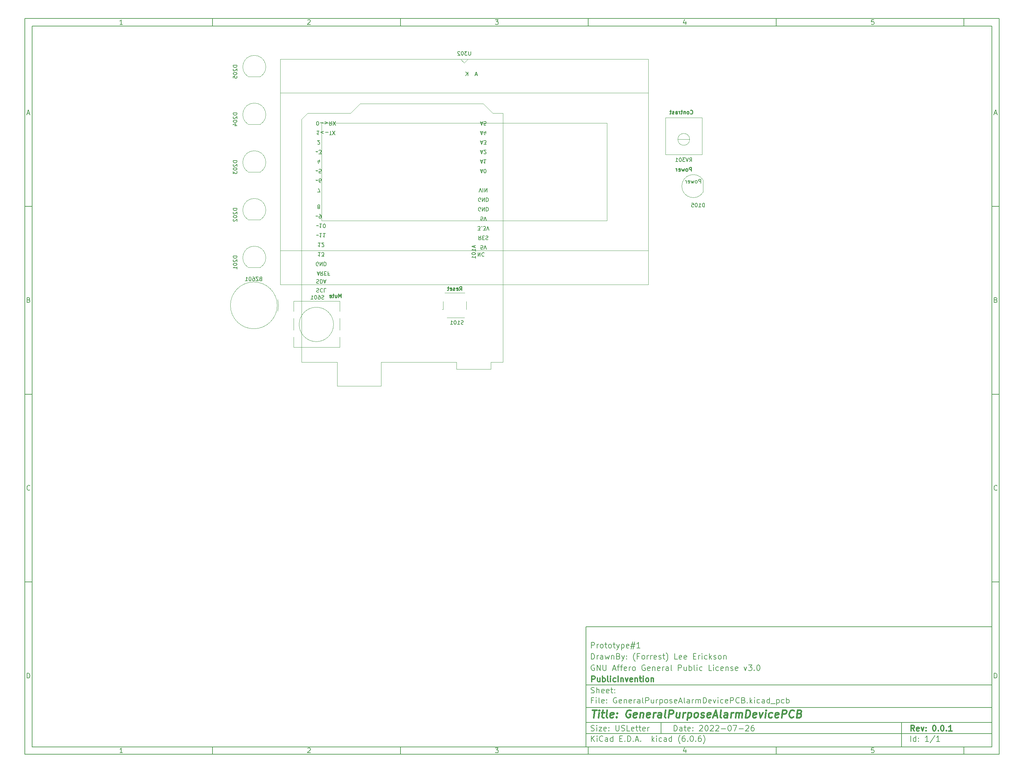
<source format=gbr>
%TF.GenerationSoftware,KiCad,Pcbnew,(6.0.6)*%
%TF.CreationDate,2023-02-21T10:41:56-05:00*%
%TF.ProjectId,GeneralPurposeAlarmDevicePCB,47656e65-7261-46c5-9075-72706f736541,0.0.1*%
%TF.SameCoordinates,Original*%
%TF.FileFunction,Legend,Bot*%
%TF.FilePolarity,Positive*%
%FSLAX46Y46*%
G04 Gerber Fmt 4.6, Leading zero omitted, Abs format (unit mm)*
G04 Created by KiCad (PCBNEW (6.0.6)) date 2023-02-21 10:41:56*
%MOMM*%
%LPD*%
G01*
G04 APERTURE LIST*
%ADD10C,0.100000*%
%ADD11C,0.150000*%
%ADD12C,0.300000*%
%ADD13C,0.400000*%
%ADD14C,0.254000*%
%ADD15C,0.120000*%
G04 APERTURE END LIST*
D10*
D11*
X159400000Y-171900000D02*
X159400000Y-203900000D01*
X267400000Y-203900000D01*
X267400000Y-171900000D01*
X159400000Y-171900000D01*
D10*
D11*
X10000000Y-10000000D02*
X10000000Y-205900000D01*
X269400000Y-205900000D01*
X269400000Y-10000000D01*
X10000000Y-10000000D01*
D10*
D11*
X12000000Y-12000000D02*
X12000000Y-203900000D01*
X267400000Y-203900000D01*
X267400000Y-12000000D01*
X12000000Y-12000000D01*
D10*
D11*
X60000000Y-12000000D02*
X60000000Y-10000000D01*
D10*
D11*
X110000000Y-12000000D02*
X110000000Y-10000000D01*
D10*
D11*
X160000000Y-12000000D02*
X160000000Y-10000000D01*
D10*
D11*
X210000000Y-12000000D02*
X210000000Y-10000000D01*
D10*
D11*
X260000000Y-12000000D02*
X260000000Y-10000000D01*
D10*
D11*
X36065476Y-11588095D02*
X35322619Y-11588095D01*
X35694047Y-11588095D02*
X35694047Y-10288095D01*
X35570238Y-10473809D01*
X35446428Y-10597619D01*
X35322619Y-10659523D01*
D10*
D11*
X85322619Y-10411904D02*
X85384523Y-10350000D01*
X85508333Y-10288095D01*
X85817857Y-10288095D01*
X85941666Y-10350000D01*
X86003571Y-10411904D01*
X86065476Y-10535714D01*
X86065476Y-10659523D01*
X86003571Y-10845238D01*
X85260714Y-11588095D01*
X86065476Y-11588095D01*
D10*
D11*
X135260714Y-10288095D02*
X136065476Y-10288095D01*
X135632142Y-10783333D01*
X135817857Y-10783333D01*
X135941666Y-10845238D01*
X136003571Y-10907142D01*
X136065476Y-11030952D01*
X136065476Y-11340476D01*
X136003571Y-11464285D01*
X135941666Y-11526190D01*
X135817857Y-11588095D01*
X135446428Y-11588095D01*
X135322619Y-11526190D01*
X135260714Y-11464285D01*
D10*
D11*
X185941666Y-10721428D02*
X185941666Y-11588095D01*
X185632142Y-10226190D02*
X185322619Y-11154761D01*
X186127380Y-11154761D01*
D10*
D11*
X236003571Y-10288095D02*
X235384523Y-10288095D01*
X235322619Y-10907142D01*
X235384523Y-10845238D01*
X235508333Y-10783333D01*
X235817857Y-10783333D01*
X235941666Y-10845238D01*
X236003571Y-10907142D01*
X236065476Y-11030952D01*
X236065476Y-11340476D01*
X236003571Y-11464285D01*
X235941666Y-11526190D01*
X235817857Y-11588095D01*
X235508333Y-11588095D01*
X235384523Y-11526190D01*
X235322619Y-11464285D01*
D10*
D11*
X60000000Y-203900000D02*
X60000000Y-205900000D01*
D10*
D11*
X110000000Y-203900000D02*
X110000000Y-205900000D01*
D10*
D11*
X160000000Y-203900000D02*
X160000000Y-205900000D01*
D10*
D11*
X210000000Y-203900000D02*
X210000000Y-205900000D01*
D10*
D11*
X260000000Y-203900000D02*
X260000000Y-205900000D01*
D10*
D11*
X36065476Y-205488095D02*
X35322619Y-205488095D01*
X35694047Y-205488095D02*
X35694047Y-204188095D01*
X35570238Y-204373809D01*
X35446428Y-204497619D01*
X35322619Y-204559523D01*
D10*
D11*
X85322619Y-204311904D02*
X85384523Y-204250000D01*
X85508333Y-204188095D01*
X85817857Y-204188095D01*
X85941666Y-204250000D01*
X86003571Y-204311904D01*
X86065476Y-204435714D01*
X86065476Y-204559523D01*
X86003571Y-204745238D01*
X85260714Y-205488095D01*
X86065476Y-205488095D01*
D10*
D11*
X135260714Y-204188095D02*
X136065476Y-204188095D01*
X135632142Y-204683333D01*
X135817857Y-204683333D01*
X135941666Y-204745238D01*
X136003571Y-204807142D01*
X136065476Y-204930952D01*
X136065476Y-205240476D01*
X136003571Y-205364285D01*
X135941666Y-205426190D01*
X135817857Y-205488095D01*
X135446428Y-205488095D01*
X135322619Y-205426190D01*
X135260714Y-205364285D01*
D10*
D11*
X185941666Y-204621428D02*
X185941666Y-205488095D01*
X185632142Y-204126190D02*
X185322619Y-205054761D01*
X186127380Y-205054761D01*
D10*
D11*
X236003571Y-204188095D02*
X235384523Y-204188095D01*
X235322619Y-204807142D01*
X235384523Y-204745238D01*
X235508333Y-204683333D01*
X235817857Y-204683333D01*
X235941666Y-204745238D01*
X236003571Y-204807142D01*
X236065476Y-204930952D01*
X236065476Y-205240476D01*
X236003571Y-205364285D01*
X235941666Y-205426190D01*
X235817857Y-205488095D01*
X235508333Y-205488095D01*
X235384523Y-205426190D01*
X235322619Y-205364285D01*
D10*
D11*
X10000000Y-60000000D02*
X12000000Y-60000000D01*
D10*
D11*
X10000000Y-110000000D02*
X12000000Y-110000000D01*
D10*
D11*
X10000000Y-160000000D02*
X12000000Y-160000000D01*
D10*
D11*
X10690476Y-35216666D02*
X11309523Y-35216666D01*
X10566666Y-35588095D02*
X11000000Y-34288095D01*
X11433333Y-35588095D01*
D10*
D11*
X11092857Y-84907142D02*
X11278571Y-84969047D01*
X11340476Y-85030952D01*
X11402380Y-85154761D01*
X11402380Y-85340476D01*
X11340476Y-85464285D01*
X11278571Y-85526190D01*
X11154761Y-85588095D01*
X10659523Y-85588095D01*
X10659523Y-84288095D01*
X11092857Y-84288095D01*
X11216666Y-84350000D01*
X11278571Y-84411904D01*
X11340476Y-84535714D01*
X11340476Y-84659523D01*
X11278571Y-84783333D01*
X11216666Y-84845238D01*
X11092857Y-84907142D01*
X10659523Y-84907142D01*
D10*
D11*
X11402380Y-135464285D02*
X11340476Y-135526190D01*
X11154761Y-135588095D01*
X11030952Y-135588095D01*
X10845238Y-135526190D01*
X10721428Y-135402380D01*
X10659523Y-135278571D01*
X10597619Y-135030952D01*
X10597619Y-134845238D01*
X10659523Y-134597619D01*
X10721428Y-134473809D01*
X10845238Y-134350000D01*
X11030952Y-134288095D01*
X11154761Y-134288095D01*
X11340476Y-134350000D01*
X11402380Y-134411904D01*
D10*
D11*
X10659523Y-185588095D02*
X10659523Y-184288095D01*
X10969047Y-184288095D01*
X11154761Y-184350000D01*
X11278571Y-184473809D01*
X11340476Y-184597619D01*
X11402380Y-184845238D01*
X11402380Y-185030952D01*
X11340476Y-185278571D01*
X11278571Y-185402380D01*
X11154761Y-185526190D01*
X10969047Y-185588095D01*
X10659523Y-185588095D01*
D10*
D11*
X269400000Y-60000000D02*
X267400000Y-60000000D01*
D10*
D11*
X269400000Y-110000000D02*
X267400000Y-110000000D01*
D10*
D11*
X269400000Y-160000000D02*
X267400000Y-160000000D01*
D10*
D11*
X268090476Y-35216666D02*
X268709523Y-35216666D01*
X267966666Y-35588095D02*
X268400000Y-34288095D01*
X268833333Y-35588095D01*
D10*
D11*
X268492857Y-84907142D02*
X268678571Y-84969047D01*
X268740476Y-85030952D01*
X268802380Y-85154761D01*
X268802380Y-85340476D01*
X268740476Y-85464285D01*
X268678571Y-85526190D01*
X268554761Y-85588095D01*
X268059523Y-85588095D01*
X268059523Y-84288095D01*
X268492857Y-84288095D01*
X268616666Y-84350000D01*
X268678571Y-84411904D01*
X268740476Y-84535714D01*
X268740476Y-84659523D01*
X268678571Y-84783333D01*
X268616666Y-84845238D01*
X268492857Y-84907142D01*
X268059523Y-84907142D01*
D10*
D11*
X268802380Y-135464285D02*
X268740476Y-135526190D01*
X268554761Y-135588095D01*
X268430952Y-135588095D01*
X268245238Y-135526190D01*
X268121428Y-135402380D01*
X268059523Y-135278571D01*
X267997619Y-135030952D01*
X267997619Y-134845238D01*
X268059523Y-134597619D01*
X268121428Y-134473809D01*
X268245238Y-134350000D01*
X268430952Y-134288095D01*
X268554761Y-134288095D01*
X268740476Y-134350000D01*
X268802380Y-134411904D01*
D10*
D11*
X268059523Y-185588095D02*
X268059523Y-184288095D01*
X268369047Y-184288095D01*
X268554761Y-184350000D01*
X268678571Y-184473809D01*
X268740476Y-184597619D01*
X268802380Y-184845238D01*
X268802380Y-185030952D01*
X268740476Y-185278571D01*
X268678571Y-185402380D01*
X268554761Y-185526190D01*
X268369047Y-185588095D01*
X268059523Y-185588095D01*
D10*
D11*
X182832142Y-199678571D02*
X182832142Y-198178571D01*
X183189285Y-198178571D01*
X183403571Y-198250000D01*
X183546428Y-198392857D01*
X183617857Y-198535714D01*
X183689285Y-198821428D01*
X183689285Y-199035714D01*
X183617857Y-199321428D01*
X183546428Y-199464285D01*
X183403571Y-199607142D01*
X183189285Y-199678571D01*
X182832142Y-199678571D01*
X184975000Y-199678571D02*
X184975000Y-198892857D01*
X184903571Y-198750000D01*
X184760714Y-198678571D01*
X184475000Y-198678571D01*
X184332142Y-198750000D01*
X184975000Y-199607142D02*
X184832142Y-199678571D01*
X184475000Y-199678571D01*
X184332142Y-199607142D01*
X184260714Y-199464285D01*
X184260714Y-199321428D01*
X184332142Y-199178571D01*
X184475000Y-199107142D01*
X184832142Y-199107142D01*
X184975000Y-199035714D01*
X185475000Y-198678571D02*
X186046428Y-198678571D01*
X185689285Y-198178571D02*
X185689285Y-199464285D01*
X185760714Y-199607142D01*
X185903571Y-199678571D01*
X186046428Y-199678571D01*
X187117857Y-199607142D02*
X186975000Y-199678571D01*
X186689285Y-199678571D01*
X186546428Y-199607142D01*
X186475000Y-199464285D01*
X186475000Y-198892857D01*
X186546428Y-198750000D01*
X186689285Y-198678571D01*
X186975000Y-198678571D01*
X187117857Y-198750000D01*
X187189285Y-198892857D01*
X187189285Y-199035714D01*
X186475000Y-199178571D01*
X187832142Y-199535714D02*
X187903571Y-199607142D01*
X187832142Y-199678571D01*
X187760714Y-199607142D01*
X187832142Y-199535714D01*
X187832142Y-199678571D01*
X187832142Y-198750000D02*
X187903571Y-198821428D01*
X187832142Y-198892857D01*
X187760714Y-198821428D01*
X187832142Y-198750000D01*
X187832142Y-198892857D01*
X189617857Y-198321428D02*
X189689285Y-198250000D01*
X189832142Y-198178571D01*
X190189285Y-198178571D01*
X190332142Y-198250000D01*
X190403571Y-198321428D01*
X190475000Y-198464285D01*
X190475000Y-198607142D01*
X190403571Y-198821428D01*
X189546428Y-199678571D01*
X190475000Y-199678571D01*
X191403571Y-198178571D02*
X191546428Y-198178571D01*
X191689285Y-198250000D01*
X191760714Y-198321428D01*
X191832142Y-198464285D01*
X191903571Y-198750000D01*
X191903571Y-199107142D01*
X191832142Y-199392857D01*
X191760714Y-199535714D01*
X191689285Y-199607142D01*
X191546428Y-199678571D01*
X191403571Y-199678571D01*
X191260714Y-199607142D01*
X191189285Y-199535714D01*
X191117857Y-199392857D01*
X191046428Y-199107142D01*
X191046428Y-198750000D01*
X191117857Y-198464285D01*
X191189285Y-198321428D01*
X191260714Y-198250000D01*
X191403571Y-198178571D01*
X192475000Y-198321428D02*
X192546428Y-198250000D01*
X192689285Y-198178571D01*
X193046428Y-198178571D01*
X193189285Y-198250000D01*
X193260714Y-198321428D01*
X193332142Y-198464285D01*
X193332142Y-198607142D01*
X193260714Y-198821428D01*
X192403571Y-199678571D01*
X193332142Y-199678571D01*
X193903571Y-198321428D02*
X193975000Y-198250000D01*
X194117857Y-198178571D01*
X194475000Y-198178571D01*
X194617857Y-198250000D01*
X194689285Y-198321428D01*
X194760714Y-198464285D01*
X194760714Y-198607142D01*
X194689285Y-198821428D01*
X193832142Y-199678571D01*
X194760714Y-199678571D01*
X195403571Y-199107142D02*
X196546428Y-199107142D01*
X197546428Y-198178571D02*
X197689285Y-198178571D01*
X197832142Y-198250000D01*
X197903571Y-198321428D01*
X197975000Y-198464285D01*
X198046428Y-198750000D01*
X198046428Y-199107142D01*
X197975000Y-199392857D01*
X197903571Y-199535714D01*
X197832142Y-199607142D01*
X197689285Y-199678571D01*
X197546428Y-199678571D01*
X197403571Y-199607142D01*
X197332142Y-199535714D01*
X197260714Y-199392857D01*
X197189285Y-199107142D01*
X197189285Y-198750000D01*
X197260714Y-198464285D01*
X197332142Y-198321428D01*
X197403571Y-198250000D01*
X197546428Y-198178571D01*
X198546428Y-198178571D02*
X199546428Y-198178571D01*
X198903571Y-199678571D01*
X200117857Y-199107142D02*
X201260714Y-199107142D01*
X201903571Y-198321428D02*
X201975000Y-198250000D01*
X202117857Y-198178571D01*
X202475000Y-198178571D01*
X202617857Y-198250000D01*
X202689285Y-198321428D01*
X202760714Y-198464285D01*
X202760714Y-198607142D01*
X202689285Y-198821428D01*
X201832142Y-199678571D01*
X202760714Y-199678571D01*
X204046428Y-198178571D02*
X203760714Y-198178571D01*
X203617857Y-198250000D01*
X203546428Y-198321428D01*
X203403571Y-198535714D01*
X203332142Y-198821428D01*
X203332142Y-199392857D01*
X203403571Y-199535714D01*
X203475000Y-199607142D01*
X203617857Y-199678571D01*
X203903571Y-199678571D01*
X204046428Y-199607142D01*
X204117857Y-199535714D01*
X204189285Y-199392857D01*
X204189285Y-199035714D01*
X204117857Y-198892857D01*
X204046428Y-198821428D01*
X203903571Y-198750000D01*
X203617857Y-198750000D01*
X203475000Y-198821428D01*
X203403571Y-198892857D01*
X203332142Y-199035714D01*
D10*
D11*
X159400000Y-200400000D02*
X267400000Y-200400000D01*
D10*
D11*
X160832142Y-202478571D02*
X160832142Y-200978571D01*
X161689285Y-202478571D02*
X161046428Y-201621428D01*
X161689285Y-200978571D02*
X160832142Y-201835714D01*
X162332142Y-202478571D02*
X162332142Y-201478571D01*
X162332142Y-200978571D02*
X162260714Y-201050000D01*
X162332142Y-201121428D01*
X162403571Y-201050000D01*
X162332142Y-200978571D01*
X162332142Y-201121428D01*
X163903571Y-202335714D02*
X163832142Y-202407142D01*
X163617857Y-202478571D01*
X163475000Y-202478571D01*
X163260714Y-202407142D01*
X163117857Y-202264285D01*
X163046428Y-202121428D01*
X162975000Y-201835714D01*
X162975000Y-201621428D01*
X163046428Y-201335714D01*
X163117857Y-201192857D01*
X163260714Y-201050000D01*
X163475000Y-200978571D01*
X163617857Y-200978571D01*
X163832142Y-201050000D01*
X163903571Y-201121428D01*
X165189285Y-202478571D02*
X165189285Y-201692857D01*
X165117857Y-201550000D01*
X164975000Y-201478571D01*
X164689285Y-201478571D01*
X164546428Y-201550000D01*
X165189285Y-202407142D02*
X165046428Y-202478571D01*
X164689285Y-202478571D01*
X164546428Y-202407142D01*
X164475000Y-202264285D01*
X164475000Y-202121428D01*
X164546428Y-201978571D01*
X164689285Y-201907142D01*
X165046428Y-201907142D01*
X165189285Y-201835714D01*
X166546428Y-202478571D02*
X166546428Y-200978571D01*
X166546428Y-202407142D02*
X166403571Y-202478571D01*
X166117857Y-202478571D01*
X165975000Y-202407142D01*
X165903571Y-202335714D01*
X165832142Y-202192857D01*
X165832142Y-201764285D01*
X165903571Y-201621428D01*
X165975000Y-201550000D01*
X166117857Y-201478571D01*
X166403571Y-201478571D01*
X166546428Y-201550000D01*
X168403571Y-201692857D02*
X168903571Y-201692857D01*
X169117857Y-202478571D02*
X168403571Y-202478571D01*
X168403571Y-200978571D01*
X169117857Y-200978571D01*
X169760714Y-202335714D02*
X169832142Y-202407142D01*
X169760714Y-202478571D01*
X169689285Y-202407142D01*
X169760714Y-202335714D01*
X169760714Y-202478571D01*
X170475000Y-202478571D02*
X170475000Y-200978571D01*
X170832142Y-200978571D01*
X171046428Y-201050000D01*
X171189285Y-201192857D01*
X171260714Y-201335714D01*
X171332142Y-201621428D01*
X171332142Y-201835714D01*
X171260714Y-202121428D01*
X171189285Y-202264285D01*
X171046428Y-202407142D01*
X170832142Y-202478571D01*
X170475000Y-202478571D01*
X171975000Y-202335714D02*
X172046428Y-202407142D01*
X171975000Y-202478571D01*
X171903571Y-202407142D01*
X171975000Y-202335714D01*
X171975000Y-202478571D01*
X172617857Y-202050000D02*
X173332142Y-202050000D01*
X172475000Y-202478571D02*
X172975000Y-200978571D01*
X173475000Y-202478571D01*
X173975000Y-202335714D02*
X174046428Y-202407142D01*
X173975000Y-202478571D01*
X173903571Y-202407142D01*
X173975000Y-202335714D01*
X173975000Y-202478571D01*
X176975000Y-202478571D02*
X176975000Y-200978571D01*
X177117857Y-201907142D02*
X177546428Y-202478571D01*
X177546428Y-201478571D02*
X176975000Y-202050000D01*
X178189285Y-202478571D02*
X178189285Y-201478571D01*
X178189285Y-200978571D02*
X178117857Y-201050000D01*
X178189285Y-201121428D01*
X178260714Y-201050000D01*
X178189285Y-200978571D01*
X178189285Y-201121428D01*
X179546428Y-202407142D02*
X179403571Y-202478571D01*
X179117857Y-202478571D01*
X178975000Y-202407142D01*
X178903571Y-202335714D01*
X178832142Y-202192857D01*
X178832142Y-201764285D01*
X178903571Y-201621428D01*
X178975000Y-201550000D01*
X179117857Y-201478571D01*
X179403571Y-201478571D01*
X179546428Y-201550000D01*
X180832142Y-202478571D02*
X180832142Y-201692857D01*
X180760714Y-201550000D01*
X180617857Y-201478571D01*
X180332142Y-201478571D01*
X180189285Y-201550000D01*
X180832142Y-202407142D02*
X180689285Y-202478571D01*
X180332142Y-202478571D01*
X180189285Y-202407142D01*
X180117857Y-202264285D01*
X180117857Y-202121428D01*
X180189285Y-201978571D01*
X180332142Y-201907142D01*
X180689285Y-201907142D01*
X180832142Y-201835714D01*
X182189285Y-202478571D02*
X182189285Y-200978571D01*
X182189285Y-202407142D02*
X182046428Y-202478571D01*
X181760714Y-202478571D01*
X181617857Y-202407142D01*
X181546428Y-202335714D01*
X181475000Y-202192857D01*
X181475000Y-201764285D01*
X181546428Y-201621428D01*
X181617857Y-201550000D01*
X181760714Y-201478571D01*
X182046428Y-201478571D01*
X182189285Y-201550000D01*
X184475000Y-203050000D02*
X184403571Y-202978571D01*
X184260714Y-202764285D01*
X184189285Y-202621428D01*
X184117857Y-202407142D01*
X184046428Y-202050000D01*
X184046428Y-201764285D01*
X184117857Y-201407142D01*
X184189285Y-201192857D01*
X184260714Y-201050000D01*
X184403571Y-200835714D01*
X184475000Y-200764285D01*
X185689285Y-200978571D02*
X185403571Y-200978571D01*
X185260714Y-201050000D01*
X185189285Y-201121428D01*
X185046428Y-201335714D01*
X184975000Y-201621428D01*
X184975000Y-202192857D01*
X185046428Y-202335714D01*
X185117857Y-202407142D01*
X185260714Y-202478571D01*
X185546428Y-202478571D01*
X185689285Y-202407142D01*
X185760714Y-202335714D01*
X185832142Y-202192857D01*
X185832142Y-201835714D01*
X185760714Y-201692857D01*
X185689285Y-201621428D01*
X185546428Y-201550000D01*
X185260714Y-201550000D01*
X185117857Y-201621428D01*
X185046428Y-201692857D01*
X184975000Y-201835714D01*
X186475000Y-202335714D02*
X186546428Y-202407142D01*
X186475000Y-202478571D01*
X186403571Y-202407142D01*
X186475000Y-202335714D01*
X186475000Y-202478571D01*
X187475000Y-200978571D02*
X187617857Y-200978571D01*
X187760714Y-201050000D01*
X187832142Y-201121428D01*
X187903571Y-201264285D01*
X187975000Y-201550000D01*
X187975000Y-201907142D01*
X187903571Y-202192857D01*
X187832142Y-202335714D01*
X187760714Y-202407142D01*
X187617857Y-202478571D01*
X187475000Y-202478571D01*
X187332142Y-202407142D01*
X187260714Y-202335714D01*
X187189285Y-202192857D01*
X187117857Y-201907142D01*
X187117857Y-201550000D01*
X187189285Y-201264285D01*
X187260714Y-201121428D01*
X187332142Y-201050000D01*
X187475000Y-200978571D01*
X188617857Y-202335714D02*
X188689285Y-202407142D01*
X188617857Y-202478571D01*
X188546428Y-202407142D01*
X188617857Y-202335714D01*
X188617857Y-202478571D01*
X189975000Y-200978571D02*
X189689285Y-200978571D01*
X189546428Y-201050000D01*
X189475000Y-201121428D01*
X189332142Y-201335714D01*
X189260714Y-201621428D01*
X189260714Y-202192857D01*
X189332142Y-202335714D01*
X189403571Y-202407142D01*
X189546428Y-202478571D01*
X189832142Y-202478571D01*
X189975000Y-202407142D01*
X190046428Y-202335714D01*
X190117857Y-202192857D01*
X190117857Y-201835714D01*
X190046428Y-201692857D01*
X189975000Y-201621428D01*
X189832142Y-201550000D01*
X189546428Y-201550000D01*
X189403571Y-201621428D01*
X189332142Y-201692857D01*
X189260714Y-201835714D01*
X190617857Y-203050000D02*
X190689285Y-202978571D01*
X190832142Y-202764285D01*
X190903571Y-202621428D01*
X190975000Y-202407142D01*
X191046428Y-202050000D01*
X191046428Y-201764285D01*
X190975000Y-201407142D01*
X190903571Y-201192857D01*
X190832142Y-201050000D01*
X190689285Y-200835714D01*
X190617857Y-200764285D01*
D10*
D11*
X159400000Y-197400000D02*
X267400000Y-197400000D01*
D10*
D12*
X246809285Y-199678571D02*
X246309285Y-198964285D01*
X245952142Y-199678571D02*
X245952142Y-198178571D01*
X246523571Y-198178571D01*
X246666428Y-198250000D01*
X246737857Y-198321428D01*
X246809285Y-198464285D01*
X246809285Y-198678571D01*
X246737857Y-198821428D01*
X246666428Y-198892857D01*
X246523571Y-198964285D01*
X245952142Y-198964285D01*
X248023571Y-199607142D02*
X247880714Y-199678571D01*
X247595000Y-199678571D01*
X247452142Y-199607142D01*
X247380714Y-199464285D01*
X247380714Y-198892857D01*
X247452142Y-198750000D01*
X247595000Y-198678571D01*
X247880714Y-198678571D01*
X248023571Y-198750000D01*
X248095000Y-198892857D01*
X248095000Y-199035714D01*
X247380714Y-199178571D01*
X248595000Y-198678571D02*
X248952142Y-199678571D01*
X249309285Y-198678571D01*
X249880714Y-199535714D02*
X249952142Y-199607142D01*
X249880714Y-199678571D01*
X249809285Y-199607142D01*
X249880714Y-199535714D01*
X249880714Y-199678571D01*
X249880714Y-198750000D02*
X249952142Y-198821428D01*
X249880714Y-198892857D01*
X249809285Y-198821428D01*
X249880714Y-198750000D01*
X249880714Y-198892857D01*
X252023571Y-198178571D02*
X252166428Y-198178571D01*
X252309285Y-198250000D01*
X252380714Y-198321428D01*
X252452142Y-198464285D01*
X252523571Y-198750000D01*
X252523571Y-199107142D01*
X252452142Y-199392857D01*
X252380714Y-199535714D01*
X252309285Y-199607142D01*
X252166428Y-199678571D01*
X252023571Y-199678571D01*
X251880714Y-199607142D01*
X251809285Y-199535714D01*
X251737857Y-199392857D01*
X251666428Y-199107142D01*
X251666428Y-198750000D01*
X251737857Y-198464285D01*
X251809285Y-198321428D01*
X251880714Y-198250000D01*
X252023571Y-198178571D01*
X253166428Y-199535714D02*
X253237857Y-199607142D01*
X253166428Y-199678571D01*
X253095000Y-199607142D01*
X253166428Y-199535714D01*
X253166428Y-199678571D01*
X254166428Y-198178571D02*
X254309285Y-198178571D01*
X254452142Y-198250000D01*
X254523571Y-198321428D01*
X254595000Y-198464285D01*
X254666428Y-198750000D01*
X254666428Y-199107142D01*
X254595000Y-199392857D01*
X254523571Y-199535714D01*
X254452142Y-199607142D01*
X254309285Y-199678571D01*
X254166428Y-199678571D01*
X254023571Y-199607142D01*
X253952142Y-199535714D01*
X253880714Y-199392857D01*
X253809285Y-199107142D01*
X253809285Y-198750000D01*
X253880714Y-198464285D01*
X253952142Y-198321428D01*
X254023571Y-198250000D01*
X254166428Y-198178571D01*
X255309285Y-199535714D02*
X255380714Y-199607142D01*
X255309285Y-199678571D01*
X255237857Y-199607142D01*
X255309285Y-199535714D01*
X255309285Y-199678571D01*
X256809285Y-199678571D02*
X255952142Y-199678571D01*
X256380714Y-199678571D02*
X256380714Y-198178571D01*
X256237857Y-198392857D01*
X256095000Y-198535714D01*
X255952142Y-198607142D01*
D10*
D11*
X160760714Y-199607142D02*
X160975000Y-199678571D01*
X161332142Y-199678571D01*
X161475000Y-199607142D01*
X161546428Y-199535714D01*
X161617857Y-199392857D01*
X161617857Y-199250000D01*
X161546428Y-199107142D01*
X161475000Y-199035714D01*
X161332142Y-198964285D01*
X161046428Y-198892857D01*
X160903571Y-198821428D01*
X160832142Y-198750000D01*
X160760714Y-198607142D01*
X160760714Y-198464285D01*
X160832142Y-198321428D01*
X160903571Y-198250000D01*
X161046428Y-198178571D01*
X161403571Y-198178571D01*
X161617857Y-198250000D01*
X162260714Y-199678571D02*
X162260714Y-198678571D01*
X162260714Y-198178571D02*
X162189285Y-198250000D01*
X162260714Y-198321428D01*
X162332142Y-198250000D01*
X162260714Y-198178571D01*
X162260714Y-198321428D01*
X162832142Y-198678571D02*
X163617857Y-198678571D01*
X162832142Y-199678571D01*
X163617857Y-199678571D01*
X164760714Y-199607142D02*
X164617857Y-199678571D01*
X164332142Y-199678571D01*
X164189285Y-199607142D01*
X164117857Y-199464285D01*
X164117857Y-198892857D01*
X164189285Y-198750000D01*
X164332142Y-198678571D01*
X164617857Y-198678571D01*
X164760714Y-198750000D01*
X164832142Y-198892857D01*
X164832142Y-199035714D01*
X164117857Y-199178571D01*
X165475000Y-199535714D02*
X165546428Y-199607142D01*
X165475000Y-199678571D01*
X165403571Y-199607142D01*
X165475000Y-199535714D01*
X165475000Y-199678571D01*
X165475000Y-198750000D02*
X165546428Y-198821428D01*
X165475000Y-198892857D01*
X165403571Y-198821428D01*
X165475000Y-198750000D01*
X165475000Y-198892857D01*
X167332142Y-198178571D02*
X167332142Y-199392857D01*
X167403571Y-199535714D01*
X167475000Y-199607142D01*
X167617857Y-199678571D01*
X167903571Y-199678571D01*
X168046428Y-199607142D01*
X168117857Y-199535714D01*
X168189285Y-199392857D01*
X168189285Y-198178571D01*
X168832142Y-199607142D02*
X169046428Y-199678571D01*
X169403571Y-199678571D01*
X169546428Y-199607142D01*
X169617857Y-199535714D01*
X169689285Y-199392857D01*
X169689285Y-199250000D01*
X169617857Y-199107142D01*
X169546428Y-199035714D01*
X169403571Y-198964285D01*
X169117857Y-198892857D01*
X168975000Y-198821428D01*
X168903571Y-198750000D01*
X168832142Y-198607142D01*
X168832142Y-198464285D01*
X168903571Y-198321428D01*
X168975000Y-198250000D01*
X169117857Y-198178571D01*
X169475000Y-198178571D01*
X169689285Y-198250000D01*
X171046428Y-199678571D02*
X170332142Y-199678571D01*
X170332142Y-198178571D01*
X172117857Y-199607142D02*
X171975000Y-199678571D01*
X171689285Y-199678571D01*
X171546428Y-199607142D01*
X171475000Y-199464285D01*
X171475000Y-198892857D01*
X171546428Y-198750000D01*
X171689285Y-198678571D01*
X171975000Y-198678571D01*
X172117857Y-198750000D01*
X172189285Y-198892857D01*
X172189285Y-199035714D01*
X171475000Y-199178571D01*
X172617857Y-198678571D02*
X173189285Y-198678571D01*
X172832142Y-198178571D02*
X172832142Y-199464285D01*
X172903571Y-199607142D01*
X173046428Y-199678571D01*
X173189285Y-199678571D01*
X173475000Y-198678571D02*
X174046428Y-198678571D01*
X173689285Y-198178571D02*
X173689285Y-199464285D01*
X173760714Y-199607142D01*
X173903571Y-199678571D01*
X174046428Y-199678571D01*
X175117857Y-199607142D02*
X174975000Y-199678571D01*
X174689285Y-199678571D01*
X174546428Y-199607142D01*
X174475000Y-199464285D01*
X174475000Y-198892857D01*
X174546428Y-198750000D01*
X174689285Y-198678571D01*
X174975000Y-198678571D01*
X175117857Y-198750000D01*
X175189285Y-198892857D01*
X175189285Y-199035714D01*
X174475000Y-199178571D01*
X175832142Y-199678571D02*
X175832142Y-198678571D01*
X175832142Y-198964285D02*
X175903571Y-198821428D01*
X175975000Y-198750000D01*
X176117857Y-198678571D01*
X176260714Y-198678571D01*
D10*
D11*
X245832142Y-202478571D02*
X245832142Y-200978571D01*
X247189285Y-202478571D02*
X247189285Y-200978571D01*
X247189285Y-202407142D02*
X247046428Y-202478571D01*
X246760714Y-202478571D01*
X246617857Y-202407142D01*
X246546428Y-202335714D01*
X246475000Y-202192857D01*
X246475000Y-201764285D01*
X246546428Y-201621428D01*
X246617857Y-201550000D01*
X246760714Y-201478571D01*
X247046428Y-201478571D01*
X247189285Y-201550000D01*
X247903571Y-202335714D02*
X247975000Y-202407142D01*
X247903571Y-202478571D01*
X247832142Y-202407142D01*
X247903571Y-202335714D01*
X247903571Y-202478571D01*
X247903571Y-201550000D02*
X247975000Y-201621428D01*
X247903571Y-201692857D01*
X247832142Y-201621428D01*
X247903571Y-201550000D01*
X247903571Y-201692857D01*
X250546428Y-202478571D02*
X249689285Y-202478571D01*
X250117857Y-202478571D02*
X250117857Y-200978571D01*
X249975000Y-201192857D01*
X249832142Y-201335714D01*
X249689285Y-201407142D01*
X252260714Y-200907142D02*
X250975000Y-202835714D01*
X253546428Y-202478571D02*
X252689285Y-202478571D01*
X253117857Y-202478571D02*
X253117857Y-200978571D01*
X252975000Y-201192857D01*
X252832142Y-201335714D01*
X252689285Y-201407142D01*
D10*
D11*
X159400000Y-193400000D02*
X267400000Y-193400000D01*
D10*
D13*
X161112380Y-194104761D02*
X162255238Y-194104761D01*
X161433809Y-196104761D02*
X161683809Y-194104761D01*
X162671904Y-196104761D02*
X162838571Y-194771428D01*
X162921904Y-194104761D02*
X162814761Y-194200000D01*
X162898095Y-194295238D01*
X163005238Y-194200000D01*
X162921904Y-194104761D01*
X162898095Y-194295238D01*
X163505238Y-194771428D02*
X164267142Y-194771428D01*
X163874285Y-194104761D02*
X163660000Y-195819047D01*
X163731428Y-196009523D01*
X163910000Y-196104761D01*
X164100476Y-196104761D01*
X165052857Y-196104761D02*
X164874285Y-196009523D01*
X164802857Y-195819047D01*
X165017142Y-194104761D01*
X166588571Y-196009523D02*
X166386190Y-196104761D01*
X166005238Y-196104761D01*
X165826666Y-196009523D01*
X165755238Y-195819047D01*
X165850476Y-195057142D01*
X165969523Y-194866666D01*
X166171904Y-194771428D01*
X166552857Y-194771428D01*
X166731428Y-194866666D01*
X166802857Y-195057142D01*
X166779047Y-195247619D01*
X165802857Y-195438095D01*
X167552857Y-195914285D02*
X167636190Y-196009523D01*
X167529047Y-196104761D01*
X167445714Y-196009523D01*
X167552857Y-195914285D01*
X167529047Y-196104761D01*
X167683809Y-194866666D02*
X167767142Y-194961904D01*
X167660000Y-195057142D01*
X167576666Y-194961904D01*
X167683809Y-194866666D01*
X167660000Y-195057142D01*
X171290952Y-194200000D02*
X171112380Y-194104761D01*
X170826666Y-194104761D01*
X170529047Y-194200000D01*
X170314761Y-194390476D01*
X170195714Y-194580952D01*
X170052857Y-194961904D01*
X170017142Y-195247619D01*
X170064761Y-195628571D01*
X170136190Y-195819047D01*
X170302857Y-196009523D01*
X170576666Y-196104761D01*
X170767142Y-196104761D01*
X171064761Y-196009523D01*
X171171904Y-195914285D01*
X171255238Y-195247619D01*
X170874285Y-195247619D01*
X172779047Y-196009523D02*
X172576666Y-196104761D01*
X172195714Y-196104761D01*
X172017142Y-196009523D01*
X171945714Y-195819047D01*
X172040952Y-195057142D01*
X172160000Y-194866666D01*
X172362380Y-194771428D01*
X172743333Y-194771428D01*
X172921904Y-194866666D01*
X172993333Y-195057142D01*
X172969523Y-195247619D01*
X171993333Y-195438095D01*
X173886190Y-194771428D02*
X173719523Y-196104761D01*
X173862380Y-194961904D02*
X173969523Y-194866666D01*
X174171904Y-194771428D01*
X174457619Y-194771428D01*
X174636190Y-194866666D01*
X174707619Y-195057142D01*
X174576666Y-196104761D01*
X176302857Y-196009523D02*
X176100476Y-196104761D01*
X175719523Y-196104761D01*
X175540952Y-196009523D01*
X175469523Y-195819047D01*
X175564761Y-195057142D01*
X175683809Y-194866666D01*
X175886190Y-194771428D01*
X176267142Y-194771428D01*
X176445714Y-194866666D01*
X176517142Y-195057142D01*
X176493333Y-195247619D01*
X175517142Y-195438095D01*
X177243333Y-196104761D02*
X177410000Y-194771428D01*
X177362380Y-195152380D02*
X177481428Y-194961904D01*
X177588571Y-194866666D01*
X177790952Y-194771428D01*
X177981428Y-194771428D01*
X179338571Y-196104761D02*
X179469523Y-195057142D01*
X179398095Y-194866666D01*
X179219523Y-194771428D01*
X178838571Y-194771428D01*
X178636190Y-194866666D01*
X179350476Y-196009523D02*
X179148095Y-196104761D01*
X178671904Y-196104761D01*
X178493333Y-196009523D01*
X178421904Y-195819047D01*
X178445714Y-195628571D01*
X178564761Y-195438095D01*
X178767142Y-195342857D01*
X179243333Y-195342857D01*
X179445714Y-195247619D01*
X180576666Y-196104761D02*
X180398095Y-196009523D01*
X180326666Y-195819047D01*
X180540952Y-194104761D01*
X181338571Y-196104761D02*
X181588571Y-194104761D01*
X182350476Y-194104761D01*
X182529047Y-194200000D01*
X182612380Y-194295238D01*
X182683809Y-194485714D01*
X182648095Y-194771428D01*
X182529047Y-194961904D01*
X182421904Y-195057142D01*
X182219523Y-195152380D01*
X181457619Y-195152380D01*
X184362380Y-194771428D02*
X184195714Y-196104761D01*
X183505238Y-194771428D02*
X183374285Y-195819047D01*
X183445714Y-196009523D01*
X183624285Y-196104761D01*
X183910000Y-196104761D01*
X184112380Y-196009523D01*
X184219523Y-195914285D01*
X185148095Y-196104761D02*
X185314761Y-194771428D01*
X185267142Y-195152380D02*
X185386190Y-194961904D01*
X185493333Y-194866666D01*
X185695714Y-194771428D01*
X185886190Y-194771428D01*
X186552857Y-194771428D02*
X186302857Y-196771428D01*
X186540952Y-194866666D02*
X186743333Y-194771428D01*
X187124285Y-194771428D01*
X187302857Y-194866666D01*
X187386190Y-194961904D01*
X187457619Y-195152380D01*
X187386190Y-195723809D01*
X187267142Y-195914285D01*
X187160000Y-196009523D01*
X186957619Y-196104761D01*
X186576666Y-196104761D01*
X186398095Y-196009523D01*
X188481428Y-196104761D02*
X188302857Y-196009523D01*
X188219523Y-195914285D01*
X188148095Y-195723809D01*
X188219523Y-195152380D01*
X188338571Y-194961904D01*
X188445714Y-194866666D01*
X188648095Y-194771428D01*
X188933809Y-194771428D01*
X189112380Y-194866666D01*
X189195714Y-194961904D01*
X189267142Y-195152380D01*
X189195714Y-195723809D01*
X189076666Y-195914285D01*
X188969523Y-196009523D01*
X188767142Y-196104761D01*
X188481428Y-196104761D01*
X189921904Y-196009523D02*
X190100476Y-196104761D01*
X190481428Y-196104761D01*
X190683809Y-196009523D01*
X190802857Y-195819047D01*
X190814761Y-195723809D01*
X190743333Y-195533333D01*
X190564761Y-195438095D01*
X190279047Y-195438095D01*
X190100476Y-195342857D01*
X190029047Y-195152380D01*
X190040952Y-195057142D01*
X190160000Y-194866666D01*
X190362380Y-194771428D01*
X190648095Y-194771428D01*
X190826666Y-194866666D01*
X192398095Y-196009523D02*
X192195714Y-196104761D01*
X191814761Y-196104761D01*
X191636190Y-196009523D01*
X191564761Y-195819047D01*
X191660000Y-195057142D01*
X191779047Y-194866666D01*
X191981428Y-194771428D01*
X192362380Y-194771428D01*
X192540952Y-194866666D01*
X192612380Y-195057142D01*
X192588571Y-195247619D01*
X191612380Y-195438095D01*
X193314761Y-195533333D02*
X194267142Y-195533333D01*
X193052857Y-196104761D02*
X193969523Y-194104761D01*
X194386190Y-196104761D01*
X195338571Y-196104761D02*
X195160000Y-196009523D01*
X195088571Y-195819047D01*
X195302857Y-194104761D01*
X196957619Y-196104761D02*
X197088571Y-195057142D01*
X197017142Y-194866666D01*
X196838571Y-194771428D01*
X196457619Y-194771428D01*
X196255238Y-194866666D01*
X196969523Y-196009523D02*
X196767142Y-196104761D01*
X196290952Y-196104761D01*
X196112380Y-196009523D01*
X196040952Y-195819047D01*
X196064761Y-195628571D01*
X196183809Y-195438095D01*
X196386190Y-195342857D01*
X196862380Y-195342857D01*
X197064761Y-195247619D01*
X197910000Y-196104761D02*
X198076666Y-194771428D01*
X198029047Y-195152380D02*
X198148095Y-194961904D01*
X198255238Y-194866666D01*
X198457619Y-194771428D01*
X198648095Y-194771428D01*
X199148095Y-196104761D02*
X199314761Y-194771428D01*
X199290952Y-194961904D02*
X199398095Y-194866666D01*
X199600476Y-194771428D01*
X199886190Y-194771428D01*
X200064761Y-194866666D01*
X200136190Y-195057142D01*
X200005238Y-196104761D01*
X200136190Y-195057142D02*
X200255238Y-194866666D01*
X200457619Y-194771428D01*
X200743333Y-194771428D01*
X200921904Y-194866666D01*
X200993333Y-195057142D01*
X200862380Y-196104761D01*
X201814761Y-196104761D02*
X202064761Y-194104761D01*
X202540952Y-194104761D01*
X202814761Y-194200000D01*
X202981428Y-194390476D01*
X203052857Y-194580952D01*
X203100476Y-194961904D01*
X203064761Y-195247619D01*
X202921904Y-195628571D01*
X202802857Y-195819047D01*
X202588571Y-196009523D01*
X202290952Y-196104761D01*
X201814761Y-196104761D01*
X204588571Y-196009523D02*
X204386190Y-196104761D01*
X204005238Y-196104761D01*
X203826666Y-196009523D01*
X203755238Y-195819047D01*
X203850476Y-195057142D01*
X203969523Y-194866666D01*
X204171904Y-194771428D01*
X204552857Y-194771428D01*
X204731428Y-194866666D01*
X204802857Y-195057142D01*
X204779047Y-195247619D01*
X203802857Y-195438095D01*
X205505238Y-194771428D02*
X205814761Y-196104761D01*
X206457619Y-194771428D01*
X207052857Y-196104761D02*
X207219523Y-194771428D01*
X207302857Y-194104761D02*
X207195714Y-194200000D01*
X207279047Y-194295238D01*
X207386190Y-194200000D01*
X207302857Y-194104761D01*
X207279047Y-194295238D01*
X208874285Y-196009523D02*
X208671904Y-196104761D01*
X208290952Y-196104761D01*
X208112380Y-196009523D01*
X208029047Y-195914285D01*
X207957619Y-195723809D01*
X208029047Y-195152380D01*
X208148095Y-194961904D01*
X208255238Y-194866666D01*
X208457619Y-194771428D01*
X208838571Y-194771428D01*
X209017142Y-194866666D01*
X210493333Y-196009523D02*
X210290952Y-196104761D01*
X209910000Y-196104761D01*
X209731428Y-196009523D01*
X209660000Y-195819047D01*
X209755238Y-195057142D01*
X209874285Y-194866666D01*
X210076666Y-194771428D01*
X210457619Y-194771428D01*
X210636190Y-194866666D01*
X210707619Y-195057142D01*
X210683809Y-195247619D01*
X209707619Y-195438095D01*
X211433809Y-196104761D02*
X211683809Y-194104761D01*
X212445714Y-194104761D01*
X212624285Y-194200000D01*
X212707619Y-194295238D01*
X212779047Y-194485714D01*
X212743333Y-194771428D01*
X212624285Y-194961904D01*
X212517142Y-195057142D01*
X212314761Y-195152380D01*
X211552857Y-195152380D01*
X214600476Y-195914285D02*
X214493333Y-196009523D01*
X214195714Y-196104761D01*
X214005238Y-196104761D01*
X213731428Y-196009523D01*
X213564761Y-195819047D01*
X213493333Y-195628571D01*
X213445714Y-195247619D01*
X213481428Y-194961904D01*
X213624285Y-194580952D01*
X213743333Y-194390476D01*
X213957619Y-194200000D01*
X214255238Y-194104761D01*
X214445714Y-194104761D01*
X214719523Y-194200000D01*
X214802857Y-194295238D01*
X216231428Y-195057142D02*
X216505238Y-195152380D01*
X216588571Y-195247619D01*
X216660000Y-195438095D01*
X216624285Y-195723809D01*
X216505238Y-195914285D01*
X216398095Y-196009523D01*
X216195714Y-196104761D01*
X215433809Y-196104761D01*
X215683809Y-194104761D01*
X216350476Y-194104761D01*
X216529047Y-194200000D01*
X216612380Y-194295238D01*
X216683809Y-194485714D01*
X216660000Y-194676190D01*
X216540952Y-194866666D01*
X216433809Y-194961904D01*
X216231428Y-195057142D01*
X215564761Y-195057142D01*
D10*
D11*
X161332142Y-191492857D02*
X160832142Y-191492857D01*
X160832142Y-192278571D02*
X160832142Y-190778571D01*
X161546428Y-190778571D01*
X162117857Y-192278571D02*
X162117857Y-191278571D01*
X162117857Y-190778571D02*
X162046428Y-190850000D01*
X162117857Y-190921428D01*
X162189285Y-190850000D01*
X162117857Y-190778571D01*
X162117857Y-190921428D01*
X163046428Y-192278571D02*
X162903571Y-192207142D01*
X162832142Y-192064285D01*
X162832142Y-190778571D01*
X164189285Y-192207142D02*
X164046428Y-192278571D01*
X163760714Y-192278571D01*
X163617857Y-192207142D01*
X163546428Y-192064285D01*
X163546428Y-191492857D01*
X163617857Y-191350000D01*
X163760714Y-191278571D01*
X164046428Y-191278571D01*
X164189285Y-191350000D01*
X164260714Y-191492857D01*
X164260714Y-191635714D01*
X163546428Y-191778571D01*
X164903571Y-192135714D02*
X164975000Y-192207142D01*
X164903571Y-192278571D01*
X164832142Y-192207142D01*
X164903571Y-192135714D01*
X164903571Y-192278571D01*
X164903571Y-191350000D02*
X164975000Y-191421428D01*
X164903571Y-191492857D01*
X164832142Y-191421428D01*
X164903571Y-191350000D01*
X164903571Y-191492857D01*
X167546428Y-190850000D02*
X167403571Y-190778571D01*
X167189285Y-190778571D01*
X166975000Y-190850000D01*
X166832142Y-190992857D01*
X166760714Y-191135714D01*
X166689285Y-191421428D01*
X166689285Y-191635714D01*
X166760714Y-191921428D01*
X166832142Y-192064285D01*
X166975000Y-192207142D01*
X167189285Y-192278571D01*
X167332142Y-192278571D01*
X167546428Y-192207142D01*
X167617857Y-192135714D01*
X167617857Y-191635714D01*
X167332142Y-191635714D01*
X168832142Y-192207142D02*
X168689285Y-192278571D01*
X168403571Y-192278571D01*
X168260714Y-192207142D01*
X168189285Y-192064285D01*
X168189285Y-191492857D01*
X168260714Y-191350000D01*
X168403571Y-191278571D01*
X168689285Y-191278571D01*
X168832142Y-191350000D01*
X168903571Y-191492857D01*
X168903571Y-191635714D01*
X168189285Y-191778571D01*
X169546428Y-191278571D02*
X169546428Y-192278571D01*
X169546428Y-191421428D02*
X169617857Y-191350000D01*
X169760714Y-191278571D01*
X169975000Y-191278571D01*
X170117857Y-191350000D01*
X170189285Y-191492857D01*
X170189285Y-192278571D01*
X171475000Y-192207142D02*
X171332142Y-192278571D01*
X171046428Y-192278571D01*
X170903571Y-192207142D01*
X170832142Y-192064285D01*
X170832142Y-191492857D01*
X170903571Y-191350000D01*
X171046428Y-191278571D01*
X171332142Y-191278571D01*
X171475000Y-191350000D01*
X171546428Y-191492857D01*
X171546428Y-191635714D01*
X170832142Y-191778571D01*
X172189285Y-192278571D02*
X172189285Y-191278571D01*
X172189285Y-191564285D02*
X172260714Y-191421428D01*
X172332142Y-191350000D01*
X172475000Y-191278571D01*
X172617857Y-191278571D01*
X173760714Y-192278571D02*
X173760714Y-191492857D01*
X173689285Y-191350000D01*
X173546428Y-191278571D01*
X173260714Y-191278571D01*
X173117857Y-191350000D01*
X173760714Y-192207142D02*
X173617857Y-192278571D01*
X173260714Y-192278571D01*
X173117857Y-192207142D01*
X173046428Y-192064285D01*
X173046428Y-191921428D01*
X173117857Y-191778571D01*
X173260714Y-191707142D01*
X173617857Y-191707142D01*
X173760714Y-191635714D01*
X174689285Y-192278571D02*
X174546428Y-192207142D01*
X174475000Y-192064285D01*
X174475000Y-190778571D01*
X175260714Y-192278571D02*
X175260714Y-190778571D01*
X175832142Y-190778571D01*
X175975000Y-190850000D01*
X176046428Y-190921428D01*
X176117857Y-191064285D01*
X176117857Y-191278571D01*
X176046428Y-191421428D01*
X175975000Y-191492857D01*
X175832142Y-191564285D01*
X175260714Y-191564285D01*
X177403571Y-191278571D02*
X177403571Y-192278571D01*
X176760714Y-191278571D02*
X176760714Y-192064285D01*
X176832142Y-192207142D01*
X176975000Y-192278571D01*
X177189285Y-192278571D01*
X177332142Y-192207142D01*
X177403571Y-192135714D01*
X178117857Y-192278571D02*
X178117857Y-191278571D01*
X178117857Y-191564285D02*
X178189285Y-191421428D01*
X178260714Y-191350000D01*
X178403571Y-191278571D01*
X178546428Y-191278571D01*
X179046428Y-191278571D02*
X179046428Y-192778571D01*
X179046428Y-191350000D02*
X179189285Y-191278571D01*
X179475000Y-191278571D01*
X179617857Y-191350000D01*
X179689285Y-191421428D01*
X179760714Y-191564285D01*
X179760714Y-191992857D01*
X179689285Y-192135714D01*
X179617857Y-192207142D01*
X179475000Y-192278571D01*
X179189285Y-192278571D01*
X179046428Y-192207142D01*
X180617857Y-192278571D02*
X180475000Y-192207142D01*
X180403571Y-192135714D01*
X180332142Y-191992857D01*
X180332142Y-191564285D01*
X180403571Y-191421428D01*
X180475000Y-191350000D01*
X180617857Y-191278571D01*
X180832142Y-191278571D01*
X180975000Y-191350000D01*
X181046428Y-191421428D01*
X181117857Y-191564285D01*
X181117857Y-191992857D01*
X181046428Y-192135714D01*
X180975000Y-192207142D01*
X180832142Y-192278571D01*
X180617857Y-192278571D01*
X181689285Y-192207142D02*
X181832142Y-192278571D01*
X182117857Y-192278571D01*
X182260714Y-192207142D01*
X182332142Y-192064285D01*
X182332142Y-191992857D01*
X182260714Y-191850000D01*
X182117857Y-191778571D01*
X181903571Y-191778571D01*
X181760714Y-191707142D01*
X181689285Y-191564285D01*
X181689285Y-191492857D01*
X181760714Y-191350000D01*
X181903571Y-191278571D01*
X182117857Y-191278571D01*
X182260714Y-191350000D01*
X183546428Y-192207142D02*
X183403571Y-192278571D01*
X183117857Y-192278571D01*
X182975000Y-192207142D01*
X182903571Y-192064285D01*
X182903571Y-191492857D01*
X182975000Y-191350000D01*
X183117857Y-191278571D01*
X183403571Y-191278571D01*
X183546428Y-191350000D01*
X183617857Y-191492857D01*
X183617857Y-191635714D01*
X182903571Y-191778571D01*
X184189285Y-191850000D02*
X184903571Y-191850000D01*
X184046428Y-192278571D02*
X184546428Y-190778571D01*
X185046428Y-192278571D01*
X185760714Y-192278571D02*
X185617857Y-192207142D01*
X185546428Y-192064285D01*
X185546428Y-190778571D01*
X186975000Y-192278571D02*
X186975000Y-191492857D01*
X186903571Y-191350000D01*
X186760714Y-191278571D01*
X186475000Y-191278571D01*
X186332142Y-191350000D01*
X186975000Y-192207142D02*
X186832142Y-192278571D01*
X186475000Y-192278571D01*
X186332142Y-192207142D01*
X186260714Y-192064285D01*
X186260714Y-191921428D01*
X186332142Y-191778571D01*
X186475000Y-191707142D01*
X186832142Y-191707142D01*
X186975000Y-191635714D01*
X187689285Y-192278571D02*
X187689285Y-191278571D01*
X187689285Y-191564285D02*
X187760714Y-191421428D01*
X187832142Y-191350000D01*
X187975000Y-191278571D01*
X188117857Y-191278571D01*
X188617857Y-192278571D02*
X188617857Y-191278571D01*
X188617857Y-191421428D02*
X188689285Y-191350000D01*
X188832142Y-191278571D01*
X189046428Y-191278571D01*
X189189285Y-191350000D01*
X189260714Y-191492857D01*
X189260714Y-192278571D01*
X189260714Y-191492857D02*
X189332142Y-191350000D01*
X189475000Y-191278571D01*
X189689285Y-191278571D01*
X189832142Y-191350000D01*
X189903571Y-191492857D01*
X189903571Y-192278571D01*
X190617857Y-192278571D02*
X190617857Y-190778571D01*
X190975000Y-190778571D01*
X191189285Y-190850000D01*
X191332142Y-190992857D01*
X191403571Y-191135714D01*
X191475000Y-191421428D01*
X191475000Y-191635714D01*
X191403571Y-191921428D01*
X191332142Y-192064285D01*
X191189285Y-192207142D01*
X190975000Y-192278571D01*
X190617857Y-192278571D01*
X192689285Y-192207142D02*
X192546428Y-192278571D01*
X192260714Y-192278571D01*
X192117857Y-192207142D01*
X192046428Y-192064285D01*
X192046428Y-191492857D01*
X192117857Y-191350000D01*
X192260714Y-191278571D01*
X192546428Y-191278571D01*
X192689285Y-191350000D01*
X192760714Y-191492857D01*
X192760714Y-191635714D01*
X192046428Y-191778571D01*
X193260714Y-191278571D02*
X193617857Y-192278571D01*
X193975000Y-191278571D01*
X194546428Y-192278571D02*
X194546428Y-191278571D01*
X194546428Y-190778571D02*
X194475000Y-190850000D01*
X194546428Y-190921428D01*
X194617857Y-190850000D01*
X194546428Y-190778571D01*
X194546428Y-190921428D01*
X195903571Y-192207142D02*
X195760714Y-192278571D01*
X195475000Y-192278571D01*
X195332142Y-192207142D01*
X195260714Y-192135714D01*
X195189285Y-191992857D01*
X195189285Y-191564285D01*
X195260714Y-191421428D01*
X195332142Y-191350000D01*
X195475000Y-191278571D01*
X195760714Y-191278571D01*
X195903571Y-191350000D01*
X197117857Y-192207142D02*
X196975000Y-192278571D01*
X196689285Y-192278571D01*
X196546428Y-192207142D01*
X196475000Y-192064285D01*
X196475000Y-191492857D01*
X196546428Y-191350000D01*
X196689285Y-191278571D01*
X196975000Y-191278571D01*
X197117857Y-191350000D01*
X197189285Y-191492857D01*
X197189285Y-191635714D01*
X196475000Y-191778571D01*
X197832142Y-192278571D02*
X197832142Y-190778571D01*
X198403571Y-190778571D01*
X198546428Y-190850000D01*
X198617857Y-190921428D01*
X198689285Y-191064285D01*
X198689285Y-191278571D01*
X198617857Y-191421428D01*
X198546428Y-191492857D01*
X198403571Y-191564285D01*
X197832142Y-191564285D01*
X200189285Y-192135714D02*
X200117857Y-192207142D01*
X199903571Y-192278571D01*
X199760714Y-192278571D01*
X199546428Y-192207142D01*
X199403571Y-192064285D01*
X199332142Y-191921428D01*
X199260714Y-191635714D01*
X199260714Y-191421428D01*
X199332142Y-191135714D01*
X199403571Y-190992857D01*
X199546428Y-190850000D01*
X199760714Y-190778571D01*
X199903571Y-190778571D01*
X200117857Y-190850000D01*
X200189285Y-190921428D01*
X201332142Y-191492857D02*
X201546428Y-191564285D01*
X201617857Y-191635714D01*
X201689285Y-191778571D01*
X201689285Y-191992857D01*
X201617857Y-192135714D01*
X201546428Y-192207142D01*
X201403571Y-192278571D01*
X200832142Y-192278571D01*
X200832142Y-190778571D01*
X201332142Y-190778571D01*
X201475000Y-190850000D01*
X201546428Y-190921428D01*
X201617857Y-191064285D01*
X201617857Y-191207142D01*
X201546428Y-191350000D01*
X201475000Y-191421428D01*
X201332142Y-191492857D01*
X200832142Y-191492857D01*
X202332142Y-192135714D02*
X202403571Y-192207142D01*
X202332142Y-192278571D01*
X202260714Y-192207142D01*
X202332142Y-192135714D01*
X202332142Y-192278571D01*
X203046428Y-192278571D02*
X203046428Y-190778571D01*
X203189285Y-191707142D02*
X203617857Y-192278571D01*
X203617857Y-191278571D02*
X203046428Y-191850000D01*
X204260714Y-192278571D02*
X204260714Y-191278571D01*
X204260714Y-190778571D02*
X204189285Y-190850000D01*
X204260714Y-190921428D01*
X204332142Y-190850000D01*
X204260714Y-190778571D01*
X204260714Y-190921428D01*
X205617857Y-192207142D02*
X205475000Y-192278571D01*
X205189285Y-192278571D01*
X205046428Y-192207142D01*
X204975000Y-192135714D01*
X204903571Y-191992857D01*
X204903571Y-191564285D01*
X204975000Y-191421428D01*
X205046428Y-191350000D01*
X205189285Y-191278571D01*
X205475000Y-191278571D01*
X205617857Y-191350000D01*
X206903571Y-192278571D02*
X206903571Y-191492857D01*
X206832142Y-191350000D01*
X206689285Y-191278571D01*
X206403571Y-191278571D01*
X206260714Y-191350000D01*
X206903571Y-192207142D02*
X206760714Y-192278571D01*
X206403571Y-192278571D01*
X206260714Y-192207142D01*
X206189285Y-192064285D01*
X206189285Y-191921428D01*
X206260714Y-191778571D01*
X206403571Y-191707142D01*
X206760714Y-191707142D01*
X206903571Y-191635714D01*
X208260714Y-192278571D02*
X208260714Y-190778571D01*
X208260714Y-192207142D02*
X208117857Y-192278571D01*
X207832142Y-192278571D01*
X207689285Y-192207142D01*
X207617857Y-192135714D01*
X207546428Y-191992857D01*
X207546428Y-191564285D01*
X207617857Y-191421428D01*
X207689285Y-191350000D01*
X207832142Y-191278571D01*
X208117857Y-191278571D01*
X208260714Y-191350000D01*
X208617857Y-192421428D02*
X209760714Y-192421428D01*
X210117857Y-191278571D02*
X210117857Y-192778571D01*
X210117857Y-191350000D02*
X210260714Y-191278571D01*
X210546428Y-191278571D01*
X210689285Y-191350000D01*
X210760714Y-191421428D01*
X210832142Y-191564285D01*
X210832142Y-191992857D01*
X210760714Y-192135714D01*
X210689285Y-192207142D01*
X210546428Y-192278571D01*
X210260714Y-192278571D01*
X210117857Y-192207142D01*
X212117857Y-192207142D02*
X211975000Y-192278571D01*
X211689285Y-192278571D01*
X211546428Y-192207142D01*
X211475000Y-192135714D01*
X211403571Y-191992857D01*
X211403571Y-191564285D01*
X211475000Y-191421428D01*
X211546428Y-191350000D01*
X211689285Y-191278571D01*
X211975000Y-191278571D01*
X212117857Y-191350000D01*
X212760714Y-192278571D02*
X212760714Y-190778571D01*
X212760714Y-191350000D02*
X212903571Y-191278571D01*
X213189285Y-191278571D01*
X213332142Y-191350000D01*
X213403571Y-191421428D01*
X213475000Y-191564285D01*
X213475000Y-191992857D01*
X213403571Y-192135714D01*
X213332142Y-192207142D01*
X213189285Y-192278571D01*
X212903571Y-192278571D01*
X212760714Y-192207142D01*
D10*
D11*
X159400000Y-187400000D02*
X267400000Y-187400000D01*
D10*
D11*
X160760714Y-189507142D02*
X160975000Y-189578571D01*
X161332142Y-189578571D01*
X161475000Y-189507142D01*
X161546428Y-189435714D01*
X161617857Y-189292857D01*
X161617857Y-189150000D01*
X161546428Y-189007142D01*
X161475000Y-188935714D01*
X161332142Y-188864285D01*
X161046428Y-188792857D01*
X160903571Y-188721428D01*
X160832142Y-188650000D01*
X160760714Y-188507142D01*
X160760714Y-188364285D01*
X160832142Y-188221428D01*
X160903571Y-188150000D01*
X161046428Y-188078571D01*
X161403571Y-188078571D01*
X161617857Y-188150000D01*
X162260714Y-189578571D02*
X162260714Y-188078571D01*
X162903571Y-189578571D02*
X162903571Y-188792857D01*
X162832142Y-188650000D01*
X162689285Y-188578571D01*
X162475000Y-188578571D01*
X162332142Y-188650000D01*
X162260714Y-188721428D01*
X164189285Y-189507142D02*
X164046428Y-189578571D01*
X163760714Y-189578571D01*
X163617857Y-189507142D01*
X163546428Y-189364285D01*
X163546428Y-188792857D01*
X163617857Y-188650000D01*
X163760714Y-188578571D01*
X164046428Y-188578571D01*
X164189285Y-188650000D01*
X164260714Y-188792857D01*
X164260714Y-188935714D01*
X163546428Y-189078571D01*
X165475000Y-189507142D02*
X165332142Y-189578571D01*
X165046428Y-189578571D01*
X164903571Y-189507142D01*
X164832142Y-189364285D01*
X164832142Y-188792857D01*
X164903571Y-188650000D01*
X165046428Y-188578571D01*
X165332142Y-188578571D01*
X165475000Y-188650000D01*
X165546428Y-188792857D01*
X165546428Y-188935714D01*
X164832142Y-189078571D01*
X165975000Y-188578571D02*
X166546428Y-188578571D01*
X166189285Y-188078571D02*
X166189285Y-189364285D01*
X166260714Y-189507142D01*
X166403571Y-189578571D01*
X166546428Y-189578571D01*
X167046428Y-189435714D02*
X167117857Y-189507142D01*
X167046428Y-189578571D01*
X166975000Y-189507142D01*
X167046428Y-189435714D01*
X167046428Y-189578571D01*
X167046428Y-188650000D02*
X167117857Y-188721428D01*
X167046428Y-188792857D01*
X166975000Y-188721428D01*
X167046428Y-188650000D01*
X167046428Y-188792857D01*
D10*
D12*
X160952142Y-186578571D02*
X160952142Y-185078571D01*
X161523571Y-185078571D01*
X161666428Y-185150000D01*
X161737857Y-185221428D01*
X161809285Y-185364285D01*
X161809285Y-185578571D01*
X161737857Y-185721428D01*
X161666428Y-185792857D01*
X161523571Y-185864285D01*
X160952142Y-185864285D01*
X163095000Y-185578571D02*
X163095000Y-186578571D01*
X162452142Y-185578571D02*
X162452142Y-186364285D01*
X162523571Y-186507142D01*
X162666428Y-186578571D01*
X162880714Y-186578571D01*
X163023571Y-186507142D01*
X163095000Y-186435714D01*
X163809285Y-186578571D02*
X163809285Y-185078571D01*
X163809285Y-185650000D02*
X163952142Y-185578571D01*
X164237857Y-185578571D01*
X164380714Y-185650000D01*
X164452142Y-185721428D01*
X164523571Y-185864285D01*
X164523571Y-186292857D01*
X164452142Y-186435714D01*
X164380714Y-186507142D01*
X164237857Y-186578571D01*
X163952142Y-186578571D01*
X163809285Y-186507142D01*
X165380714Y-186578571D02*
X165237857Y-186507142D01*
X165166428Y-186364285D01*
X165166428Y-185078571D01*
X165952142Y-186578571D02*
X165952142Y-185578571D01*
X165952142Y-185078571D02*
X165880714Y-185150000D01*
X165952142Y-185221428D01*
X166023571Y-185150000D01*
X165952142Y-185078571D01*
X165952142Y-185221428D01*
X167309285Y-186507142D02*
X167166428Y-186578571D01*
X166880714Y-186578571D01*
X166737857Y-186507142D01*
X166666428Y-186435714D01*
X166595000Y-186292857D01*
X166595000Y-185864285D01*
X166666428Y-185721428D01*
X166737857Y-185650000D01*
X166880714Y-185578571D01*
X167166428Y-185578571D01*
X167309285Y-185650000D01*
X167952142Y-186578571D02*
X167952142Y-185078571D01*
X168666428Y-185578571D02*
X168666428Y-186578571D01*
X168666428Y-185721428D02*
X168737857Y-185650000D01*
X168880714Y-185578571D01*
X169095000Y-185578571D01*
X169237857Y-185650000D01*
X169309285Y-185792857D01*
X169309285Y-186578571D01*
X169880714Y-185578571D02*
X170237857Y-186578571D01*
X170595000Y-185578571D01*
X171737857Y-186507142D02*
X171595000Y-186578571D01*
X171309285Y-186578571D01*
X171166428Y-186507142D01*
X171095000Y-186364285D01*
X171095000Y-185792857D01*
X171166428Y-185650000D01*
X171309285Y-185578571D01*
X171595000Y-185578571D01*
X171737857Y-185650000D01*
X171809285Y-185792857D01*
X171809285Y-185935714D01*
X171095000Y-186078571D01*
X172452142Y-185578571D02*
X172452142Y-186578571D01*
X172452142Y-185721428D02*
X172523571Y-185650000D01*
X172666428Y-185578571D01*
X172880714Y-185578571D01*
X173023571Y-185650000D01*
X173095000Y-185792857D01*
X173095000Y-186578571D01*
X173595000Y-185578571D02*
X174166428Y-185578571D01*
X173809285Y-185078571D02*
X173809285Y-186364285D01*
X173880714Y-186507142D01*
X174023571Y-186578571D01*
X174166428Y-186578571D01*
X174666428Y-186578571D02*
X174666428Y-185578571D01*
X174666428Y-185078571D02*
X174595000Y-185150000D01*
X174666428Y-185221428D01*
X174737857Y-185150000D01*
X174666428Y-185078571D01*
X174666428Y-185221428D01*
X175595000Y-186578571D02*
X175452142Y-186507142D01*
X175380714Y-186435714D01*
X175309285Y-186292857D01*
X175309285Y-185864285D01*
X175380714Y-185721428D01*
X175452142Y-185650000D01*
X175595000Y-185578571D01*
X175809285Y-185578571D01*
X175952142Y-185650000D01*
X176023571Y-185721428D01*
X176095000Y-185864285D01*
X176095000Y-186292857D01*
X176023571Y-186435714D01*
X175952142Y-186507142D01*
X175809285Y-186578571D01*
X175595000Y-186578571D01*
X176737857Y-185578571D02*
X176737857Y-186578571D01*
X176737857Y-185721428D02*
X176809285Y-185650000D01*
X176952142Y-185578571D01*
X177166428Y-185578571D01*
X177309285Y-185650000D01*
X177380714Y-185792857D01*
X177380714Y-186578571D01*
D10*
D11*
X161617857Y-182150000D02*
X161475000Y-182078571D01*
X161260714Y-182078571D01*
X161046428Y-182150000D01*
X160903571Y-182292857D01*
X160832142Y-182435714D01*
X160760714Y-182721428D01*
X160760714Y-182935714D01*
X160832142Y-183221428D01*
X160903571Y-183364285D01*
X161046428Y-183507142D01*
X161260714Y-183578571D01*
X161403571Y-183578571D01*
X161617857Y-183507142D01*
X161689285Y-183435714D01*
X161689285Y-182935714D01*
X161403571Y-182935714D01*
X162332142Y-183578571D02*
X162332142Y-182078571D01*
X163189285Y-183578571D01*
X163189285Y-182078571D01*
X163903571Y-182078571D02*
X163903571Y-183292857D01*
X163975000Y-183435714D01*
X164046428Y-183507142D01*
X164189285Y-183578571D01*
X164475000Y-183578571D01*
X164617857Y-183507142D01*
X164689285Y-183435714D01*
X164760714Y-183292857D01*
X164760714Y-182078571D01*
X166546428Y-183150000D02*
X167260714Y-183150000D01*
X166403571Y-183578571D02*
X166903571Y-182078571D01*
X167403571Y-183578571D01*
X167689285Y-182578571D02*
X168260714Y-182578571D01*
X167903571Y-183578571D02*
X167903571Y-182292857D01*
X167975000Y-182150000D01*
X168117857Y-182078571D01*
X168260714Y-182078571D01*
X168546428Y-182578571D02*
X169117857Y-182578571D01*
X168760714Y-183578571D02*
X168760714Y-182292857D01*
X168832142Y-182150000D01*
X168975000Y-182078571D01*
X169117857Y-182078571D01*
X170189285Y-183507142D02*
X170046428Y-183578571D01*
X169760714Y-183578571D01*
X169617857Y-183507142D01*
X169546428Y-183364285D01*
X169546428Y-182792857D01*
X169617857Y-182650000D01*
X169760714Y-182578571D01*
X170046428Y-182578571D01*
X170189285Y-182650000D01*
X170260714Y-182792857D01*
X170260714Y-182935714D01*
X169546428Y-183078571D01*
X170903571Y-183578571D02*
X170903571Y-182578571D01*
X170903571Y-182864285D02*
X170975000Y-182721428D01*
X171046428Y-182650000D01*
X171189285Y-182578571D01*
X171332142Y-182578571D01*
X172046428Y-183578571D02*
X171903571Y-183507142D01*
X171832142Y-183435714D01*
X171760714Y-183292857D01*
X171760714Y-182864285D01*
X171832142Y-182721428D01*
X171903571Y-182650000D01*
X172046428Y-182578571D01*
X172260714Y-182578571D01*
X172403571Y-182650000D01*
X172475000Y-182721428D01*
X172546428Y-182864285D01*
X172546428Y-183292857D01*
X172475000Y-183435714D01*
X172403571Y-183507142D01*
X172260714Y-183578571D01*
X172046428Y-183578571D01*
X175117857Y-182150000D02*
X174975000Y-182078571D01*
X174760714Y-182078571D01*
X174546428Y-182150000D01*
X174403571Y-182292857D01*
X174332142Y-182435714D01*
X174260714Y-182721428D01*
X174260714Y-182935714D01*
X174332142Y-183221428D01*
X174403571Y-183364285D01*
X174546428Y-183507142D01*
X174760714Y-183578571D01*
X174903571Y-183578571D01*
X175117857Y-183507142D01*
X175189285Y-183435714D01*
X175189285Y-182935714D01*
X174903571Y-182935714D01*
X176403571Y-183507142D02*
X176260714Y-183578571D01*
X175975000Y-183578571D01*
X175832142Y-183507142D01*
X175760714Y-183364285D01*
X175760714Y-182792857D01*
X175832142Y-182650000D01*
X175975000Y-182578571D01*
X176260714Y-182578571D01*
X176403571Y-182650000D01*
X176475000Y-182792857D01*
X176475000Y-182935714D01*
X175760714Y-183078571D01*
X177117857Y-182578571D02*
X177117857Y-183578571D01*
X177117857Y-182721428D02*
X177189285Y-182650000D01*
X177332142Y-182578571D01*
X177546428Y-182578571D01*
X177689285Y-182650000D01*
X177760714Y-182792857D01*
X177760714Y-183578571D01*
X179046428Y-183507142D02*
X178903571Y-183578571D01*
X178617857Y-183578571D01*
X178475000Y-183507142D01*
X178403571Y-183364285D01*
X178403571Y-182792857D01*
X178475000Y-182650000D01*
X178617857Y-182578571D01*
X178903571Y-182578571D01*
X179046428Y-182650000D01*
X179117857Y-182792857D01*
X179117857Y-182935714D01*
X178403571Y-183078571D01*
X179760714Y-183578571D02*
X179760714Y-182578571D01*
X179760714Y-182864285D02*
X179832142Y-182721428D01*
X179903571Y-182650000D01*
X180046428Y-182578571D01*
X180189285Y-182578571D01*
X181332142Y-183578571D02*
X181332142Y-182792857D01*
X181260714Y-182650000D01*
X181117857Y-182578571D01*
X180832142Y-182578571D01*
X180689285Y-182650000D01*
X181332142Y-183507142D02*
X181189285Y-183578571D01*
X180832142Y-183578571D01*
X180689285Y-183507142D01*
X180617857Y-183364285D01*
X180617857Y-183221428D01*
X180689285Y-183078571D01*
X180832142Y-183007142D01*
X181189285Y-183007142D01*
X181332142Y-182935714D01*
X182260714Y-183578571D02*
X182117857Y-183507142D01*
X182046428Y-183364285D01*
X182046428Y-182078571D01*
X183975000Y-183578571D02*
X183975000Y-182078571D01*
X184546428Y-182078571D01*
X184689285Y-182150000D01*
X184760714Y-182221428D01*
X184832142Y-182364285D01*
X184832142Y-182578571D01*
X184760714Y-182721428D01*
X184689285Y-182792857D01*
X184546428Y-182864285D01*
X183975000Y-182864285D01*
X186117857Y-182578571D02*
X186117857Y-183578571D01*
X185475000Y-182578571D02*
X185475000Y-183364285D01*
X185546428Y-183507142D01*
X185689285Y-183578571D01*
X185903571Y-183578571D01*
X186046428Y-183507142D01*
X186117857Y-183435714D01*
X186832142Y-183578571D02*
X186832142Y-182078571D01*
X186832142Y-182650000D02*
X186975000Y-182578571D01*
X187260714Y-182578571D01*
X187403571Y-182650000D01*
X187475000Y-182721428D01*
X187546428Y-182864285D01*
X187546428Y-183292857D01*
X187475000Y-183435714D01*
X187403571Y-183507142D01*
X187260714Y-183578571D01*
X186975000Y-183578571D01*
X186832142Y-183507142D01*
X188403571Y-183578571D02*
X188260714Y-183507142D01*
X188189285Y-183364285D01*
X188189285Y-182078571D01*
X188975000Y-183578571D02*
X188975000Y-182578571D01*
X188975000Y-182078571D02*
X188903571Y-182150000D01*
X188975000Y-182221428D01*
X189046428Y-182150000D01*
X188975000Y-182078571D01*
X188975000Y-182221428D01*
X190332142Y-183507142D02*
X190189285Y-183578571D01*
X189903571Y-183578571D01*
X189760714Y-183507142D01*
X189689285Y-183435714D01*
X189617857Y-183292857D01*
X189617857Y-182864285D01*
X189689285Y-182721428D01*
X189760714Y-182650000D01*
X189903571Y-182578571D01*
X190189285Y-182578571D01*
X190332142Y-182650000D01*
X192832142Y-183578571D02*
X192117857Y-183578571D01*
X192117857Y-182078571D01*
X193332142Y-183578571D02*
X193332142Y-182578571D01*
X193332142Y-182078571D02*
X193260714Y-182150000D01*
X193332142Y-182221428D01*
X193403571Y-182150000D01*
X193332142Y-182078571D01*
X193332142Y-182221428D01*
X194689285Y-183507142D02*
X194546428Y-183578571D01*
X194260714Y-183578571D01*
X194117857Y-183507142D01*
X194046428Y-183435714D01*
X193975000Y-183292857D01*
X193975000Y-182864285D01*
X194046428Y-182721428D01*
X194117857Y-182650000D01*
X194260714Y-182578571D01*
X194546428Y-182578571D01*
X194689285Y-182650000D01*
X195903571Y-183507142D02*
X195760714Y-183578571D01*
X195475000Y-183578571D01*
X195332142Y-183507142D01*
X195260714Y-183364285D01*
X195260714Y-182792857D01*
X195332142Y-182650000D01*
X195475000Y-182578571D01*
X195760714Y-182578571D01*
X195903571Y-182650000D01*
X195975000Y-182792857D01*
X195975000Y-182935714D01*
X195260714Y-183078571D01*
X196617857Y-182578571D02*
X196617857Y-183578571D01*
X196617857Y-182721428D02*
X196689285Y-182650000D01*
X196832142Y-182578571D01*
X197046428Y-182578571D01*
X197189285Y-182650000D01*
X197260714Y-182792857D01*
X197260714Y-183578571D01*
X197903571Y-183507142D02*
X198046428Y-183578571D01*
X198332142Y-183578571D01*
X198475000Y-183507142D01*
X198546428Y-183364285D01*
X198546428Y-183292857D01*
X198475000Y-183150000D01*
X198332142Y-183078571D01*
X198117857Y-183078571D01*
X197975000Y-183007142D01*
X197903571Y-182864285D01*
X197903571Y-182792857D01*
X197975000Y-182650000D01*
X198117857Y-182578571D01*
X198332142Y-182578571D01*
X198475000Y-182650000D01*
X199760714Y-183507142D02*
X199617857Y-183578571D01*
X199332142Y-183578571D01*
X199189285Y-183507142D01*
X199117857Y-183364285D01*
X199117857Y-182792857D01*
X199189285Y-182650000D01*
X199332142Y-182578571D01*
X199617857Y-182578571D01*
X199760714Y-182650000D01*
X199832142Y-182792857D01*
X199832142Y-182935714D01*
X199117857Y-183078571D01*
X201475000Y-182578571D02*
X201832142Y-183578571D01*
X202189285Y-182578571D01*
X202617857Y-182078571D02*
X203546428Y-182078571D01*
X203046428Y-182650000D01*
X203260714Y-182650000D01*
X203403571Y-182721428D01*
X203475000Y-182792857D01*
X203546428Y-182935714D01*
X203546428Y-183292857D01*
X203475000Y-183435714D01*
X203403571Y-183507142D01*
X203260714Y-183578571D01*
X202832142Y-183578571D01*
X202689285Y-183507142D01*
X202617857Y-183435714D01*
X204189285Y-183435714D02*
X204260714Y-183507142D01*
X204189285Y-183578571D01*
X204117857Y-183507142D01*
X204189285Y-183435714D01*
X204189285Y-183578571D01*
X205189285Y-182078571D02*
X205332142Y-182078571D01*
X205475000Y-182150000D01*
X205546428Y-182221428D01*
X205617857Y-182364285D01*
X205689285Y-182650000D01*
X205689285Y-183007142D01*
X205617857Y-183292857D01*
X205546428Y-183435714D01*
X205475000Y-183507142D01*
X205332142Y-183578571D01*
X205189285Y-183578571D01*
X205046428Y-183507142D01*
X204975000Y-183435714D01*
X204903571Y-183292857D01*
X204832142Y-183007142D01*
X204832142Y-182650000D01*
X204903571Y-182364285D01*
X204975000Y-182221428D01*
X205046428Y-182150000D01*
X205189285Y-182078571D01*
D10*
D11*
X160832142Y-180578571D02*
X160832142Y-179078571D01*
X161189285Y-179078571D01*
X161403571Y-179150000D01*
X161546428Y-179292857D01*
X161617857Y-179435714D01*
X161689285Y-179721428D01*
X161689285Y-179935714D01*
X161617857Y-180221428D01*
X161546428Y-180364285D01*
X161403571Y-180507142D01*
X161189285Y-180578571D01*
X160832142Y-180578571D01*
X162332142Y-180578571D02*
X162332142Y-179578571D01*
X162332142Y-179864285D02*
X162403571Y-179721428D01*
X162475000Y-179650000D01*
X162617857Y-179578571D01*
X162760714Y-179578571D01*
X163903571Y-180578571D02*
X163903571Y-179792857D01*
X163832142Y-179650000D01*
X163689285Y-179578571D01*
X163403571Y-179578571D01*
X163260714Y-179650000D01*
X163903571Y-180507142D02*
X163760714Y-180578571D01*
X163403571Y-180578571D01*
X163260714Y-180507142D01*
X163189285Y-180364285D01*
X163189285Y-180221428D01*
X163260714Y-180078571D01*
X163403571Y-180007142D01*
X163760714Y-180007142D01*
X163903571Y-179935714D01*
X164475000Y-179578571D02*
X164760714Y-180578571D01*
X165046428Y-179864285D01*
X165332142Y-180578571D01*
X165617857Y-179578571D01*
X166189285Y-179578571D02*
X166189285Y-180578571D01*
X166189285Y-179721428D02*
X166260714Y-179650000D01*
X166403571Y-179578571D01*
X166617857Y-179578571D01*
X166760714Y-179650000D01*
X166832142Y-179792857D01*
X166832142Y-180578571D01*
X168046428Y-179792857D02*
X168260714Y-179864285D01*
X168332142Y-179935714D01*
X168403571Y-180078571D01*
X168403571Y-180292857D01*
X168332142Y-180435714D01*
X168260714Y-180507142D01*
X168117857Y-180578571D01*
X167546428Y-180578571D01*
X167546428Y-179078571D01*
X168046428Y-179078571D01*
X168189285Y-179150000D01*
X168260714Y-179221428D01*
X168332142Y-179364285D01*
X168332142Y-179507142D01*
X168260714Y-179650000D01*
X168189285Y-179721428D01*
X168046428Y-179792857D01*
X167546428Y-179792857D01*
X168903571Y-179578571D02*
X169260714Y-180578571D01*
X169617857Y-179578571D02*
X169260714Y-180578571D01*
X169117857Y-180935714D01*
X169046428Y-181007142D01*
X168903571Y-181078571D01*
X170189285Y-180435714D02*
X170260714Y-180507142D01*
X170189285Y-180578571D01*
X170117857Y-180507142D01*
X170189285Y-180435714D01*
X170189285Y-180578571D01*
X170189285Y-179650000D02*
X170260714Y-179721428D01*
X170189285Y-179792857D01*
X170117857Y-179721428D01*
X170189285Y-179650000D01*
X170189285Y-179792857D01*
X172475000Y-181150000D02*
X172403571Y-181078571D01*
X172260714Y-180864285D01*
X172189285Y-180721428D01*
X172117857Y-180507142D01*
X172046428Y-180150000D01*
X172046428Y-179864285D01*
X172117857Y-179507142D01*
X172189285Y-179292857D01*
X172260714Y-179150000D01*
X172403571Y-178935714D01*
X172475000Y-178864285D01*
X173546428Y-179792857D02*
X173046428Y-179792857D01*
X173046428Y-180578571D02*
X173046428Y-179078571D01*
X173760714Y-179078571D01*
X174546428Y-180578571D02*
X174403571Y-180507142D01*
X174332142Y-180435714D01*
X174260714Y-180292857D01*
X174260714Y-179864285D01*
X174332142Y-179721428D01*
X174403571Y-179650000D01*
X174546428Y-179578571D01*
X174760714Y-179578571D01*
X174903571Y-179650000D01*
X174975000Y-179721428D01*
X175046428Y-179864285D01*
X175046428Y-180292857D01*
X174975000Y-180435714D01*
X174903571Y-180507142D01*
X174760714Y-180578571D01*
X174546428Y-180578571D01*
X175689285Y-180578571D02*
X175689285Y-179578571D01*
X175689285Y-179864285D02*
X175760714Y-179721428D01*
X175832142Y-179650000D01*
X175975000Y-179578571D01*
X176117857Y-179578571D01*
X176617857Y-180578571D02*
X176617857Y-179578571D01*
X176617857Y-179864285D02*
X176689285Y-179721428D01*
X176760714Y-179650000D01*
X176903571Y-179578571D01*
X177046428Y-179578571D01*
X178117857Y-180507142D02*
X177975000Y-180578571D01*
X177689285Y-180578571D01*
X177546428Y-180507142D01*
X177475000Y-180364285D01*
X177475000Y-179792857D01*
X177546428Y-179650000D01*
X177689285Y-179578571D01*
X177975000Y-179578571D01*
X178117857Y-179650000D01*
X178189285Y-179792857D01*
X178189285Y-179935714D01*
X177475000Y-180078571D01*
X178760714Y-180507142D02*
X178903571Y-180578571D01*
X179189285Y-180578571D01*
X179332142Y-180507142D01*
X179403571Y-180364285D01*
X179403571Y-180292857D01*
X179332142Y-180150000D01*
X179189285Y-180078571D01*
X178975000Y-180078571D01*
X178832142Y-180007142D01*
X178760714Y-179864285D01*
X178760714Y-179792857D01*
X178832142Y-179650000D01*
X178975000Y-179578571D01*
X179189285Y-179578571D01*
X179332142Y-179650000D01*
X179832142Y-179578571D02*
X180403571Y-179578571D01*
X180046428Y-179078571D02*
X180046428Y-180364285D01*
X180117857Y-180507142D01*
X180260714Y-180578571D01*
X180403571Y-180578571D01*
X180760714Y-181150000D02*
X180832142Y-181078571D01*
X180975000Y-180864285D01*
X181046428Y-180721428D01*
X181117857Y-180507142D01*
X181189285Y-180150000D01*
X181189285Y-179864285D01*
X181117857Y-179507142D01*
X181046428Y-179292857D01*
X180975000Y-179150000D01*
X180832142Y-178935714D01*
X180760714Y-178864285D01*
X183760714Y-180578571D02*
X183046428Y-180578571D01*
X183046428Y-179078571D01*
X184832142Y-180507142D02*
X184689285Y-180578571D01*
X184403571Y-180578571D01*
X184260714Y-180507142D01*
X184189285Y-180364285D01*
X184189285Y-179792857D01*
X184260714Y-179650000D01*
X184403571Y-179578571D01*
X184689285Y-179578571D01*
X184832142Y-179650000D01*
X184903571Y-179792857D01*
X184903571Y-179935714D01*
X184189285Y-180078571D01*
X186117857Y-180507142D02*
X185975000Y-180578571D01*
X185689285Y-180578571D01*
X185546428Y-180507142D01*
X185475000Y-180364285D01*
X185475000Y-179792857D01*
X185546428Y-179650000D01*
X185689285Y-179578571D01*
X185975000Y-179578571D01*
X186117857Y-179650000D01*
X186189285Y-179792857D01*
X186189285Y-179935714D01*
X185475000Y-180078571D01*
X187975000Y-179792857D02*
X188475000Y-179792857D01*
X188689285Y-180578571D02*
X187975000Y-180578571D01*
X187975000Y-179078571D01*
X188689285Y-179078571D01*
X189332142Y-180578571D02*
X189332142Y-179578571D01*
X189332142Y-179864285D02*
X189403571Y-179721428D01*
X189475000Y-179650000D01*
X189617857Y-179578571D01*
X189760714Y-179578571D01*
X190260714Y-180578571D02*
X190260714Y-179578571D01*
X190260714Y-179078571D02*
X190189285Y-179150000D01*
X190260714Y-179221428D01*
X190332142Y-179150000D01*
X190260714Y-179078571D01*
X190260714Y-179221428D01*
X191617857Y-180507142D02*
X191475000Y-180578571D01*
X191189285Y-180578571D01*
X191046428Y-180507142D01*
X190975000Y-180435714D01*
X190903571Y-180292857D01*
X190903571Y-179864285D01*
X190975000Y-179721428D01*
X191046428Y-179650000D01*
X191189285Y-179578571D01*
X191475000Y-179578571D01*
X191617857Y-179650000D01*
X192260714Y-180578571D02*
X192260714Y-179078571D01*
X192403571Y-180007142D02*
X192832142Y-180578571D01*
X192832142Y-179578571D02*
X192260714Y-180150000D01*
X193403571Y-180507142D02*
X193546428Y-180578571D01*
X193832142Y-180578571D01*
X193975000Y-180507142D01*
X194046428Y-180364285D01*
X194046428Y-180292857D01*
X193975000Y-180150000D01*
X193832142Y-180078571D01*
X193617857Y-180078571D01*
X193475000Y-180007142D01*
X193403571Y-179864285D01*
X193403571Y-179792857D01*
X193475000Y-179650000D01*
X193617857Y-179578571D01*
X193832142Y-179578571D01*
X193975000Y-179650000D01*
X194903571Y-180578571D02*
X194760714Y-180507142D01*
X194689285Y-180435714D01*
X194617857Y-180292857D01*
X194617857Y-179864285D01*
X194689285Y-179721428D01*
X194760714Y-179650000D01*
X194903571Y-179578571D01*
X195117857Y-179578571D01*
X195260714Y-179650000D01*
X195332142Y-179721428D01*
X195403571Y-179864285D01*
X195403571Y-180292857D01*
X195332142Y-180435714D01*
X195260714Y-180507142D01*
X195117857Y-180578571D01*
X194903571Y-180578571D01*
X196046428Y-179578571D02*
X196046428Y-180578571D01*
X196046428Y-179721428D02*
X196117857Y-179650000D01*
X196260714Y-179578571D01*
X196475000Y-179578571D01*
X196617857Y-179650000D01*
X196689285Y-179792857D01*
X196689285Y-180578571D01*
D10*
D11*
X160832142Y-177578571D02*
X160832142Y-176078571D01*
X161403571Y-176078571D01*
X161546428Y-176150000D01*
X161617857Y-176221428D01*
X161689285Y-176364285D01*
X161689285Y-176578571D01*
X161617857Y-176721428D01*
X161546428Y-176792857D01*
X161403571Y-176864285D01*
X160832142Y-176864285D01*
X162332142Y-177578571D02*
X162332142Y-176578571D01*
X162332142Y-176864285D02*
X162403571Y-176721428D01*
X162475000Y-176650000D01*
X162617857Y-176578571D01*
X162760714Y-176578571D01*
X163475000Y-177578571D02*
X163332142Y-177507142D01*
X163260714Y-177435714D01*
X163189285Y-177292857D01*
X163189285Y-176864285D01*
X163260714Y-176721428D01*
X163332142Y-176650000D01*
X163475000Y-176578571D01*
X163689285Y-176578571D01*
X163832142Y-176650000D01*
X163903571Y-176721428D01*
X163975000Y-176864285D01*
X163975000Y-177292857D01*
X163903571Y-177435714D01*
X163832142Y-177507142D01*
X163689285Y-177578571D01*
X163475000Y-177578571D01*
X164403571Y-176578571D02*
X164975000Y-176578571D01*
X164617857Y-176078571D02*
X164617857Y-177364285D01*
X164689285Y-177507142D01*
X164832142Y-177578571D01*
X164975000Y-177578571D01*
X165689285Y-177578571D02*
X165546428Y-177507142D01*
X165475000Y-177435714D01*
X165403571Y-177292857D01*
X165403571Y-176864285D01*
X165475000Y-176721428D01*
X165546428Y-176650000D01*
X165689285Y-176578571D01*
X165903571Y-176578571D01*
X166046428Y-176650000D01*
X166117857Y-176721428D01*
X166189285Y-176864285D01*
X166189285Y-177292857D01*
X166117857Y-177435714D01*
X166046428Y-177507142D01*
X165903571Y-177578571D01*
X165689285Y-177578571D01*
X166617857Y-176578571D02*
X167189285Y-176578571D01*
X166832142Y-176078571D02*
X166832142Y-177364285D01*
X166903571Y-177507142D01*
X167046428Y-177578571D01*
X167189285Y-177578571D01*
X167546428Y-176578571D02*
X167903571Y-177578571D01*
X168260714Y-176578571D02*
X167903571Y-177578571D01*
X167760714Y-177935714D01*
X167689285Y-178007142D01*
X167546428Y-178078571D01*
X168832142Y-176578571D02*
X168832142Y-178078571D01*
X168832142Y-176650000D02*
X168975000Y-176578571D01*
X169260714Y-176578571D01*
X169403571Y-176650000D01*
X169475000Y-176721428D01*
X169546428Y-176864285D01*
X169546428Y-177292857D01*
X169475000Y-177435714D01*
X169403571Y-177507142D01*
X169260714Y-177578571D01*
X168975000Y-177578571D01*
X168832142Y-177507142D01*
X170760714Y-177507142D02*
X170617857Y-177578571D01*
X170332142Y-177578571D01*
X170189285Y-177507142D01*
X170117857Y-177364285D01*
X170117857Y-176792857D01*
X170189285Y-176650000D01*
X170332142Y-176578571D01*
X170617857Y-176578571D01*
X170760714Y-176650000D01*
X170832142Y-176792857D01*
X170832142Y-176935714D01*
X170117857Y-177078571D01*
X171403571Y-176578571D02*
X172475000Y-176578571D01*
X171832142Y-175935714D02*
X171403571Y-177864285D01*
X172332142Y-177221428D02*
X171260714Y-177221428D01*
X171903571Y-177864285D02*
X172332142Y-175935714D01*
X173760714Y-177578571D02*
X172903571Y-177578571D01*
X173332142Y-177578571D02*
X173332142Y-176078571D01*
X173189285Y-176292857D01*
X173046428Y-176435714D01*
X172903571Y-176507142D01*
D10*
D11*
D10*
D11*
X179400000Y-197400000D02*
X179400000Y-200400000D01*
D10*
D11*
X243400000Y-197400000D02*
X243400000Y-203900000D01*
D14*
X187155666Y-35287857D02*
X187204047Y-35336238D01*
X187349190Y-35384619D01*
X187445952Y-35384619D01*
X187591095Y-35336238D01*
X187687857Y-35239476D01*
X187736238Y-35142714D01*
X187784619Y-34949190D01*
X187784619Y-34804047D01*
X187736238Y-34610523D01*
X187687857Y-34513761D01*
X187591095Y-34417000D01*
X187445952Y-34368619D01*
X187349190Y-34368619D01*
X187204047Y-34417000D01*
X187155666Y-34465380D01*
X186575095Y-35384619D02*
X186671857Y-35336238D01*
X186720238Y-35287857D01*
X186768619Y-35191095D01*
X186768619Y-34900809D01*
X186720238Y-34804047D01*
X186671857Y-34755666D01*
X186575095Y-34707285D01*
X186429952Y-34707285D01*
X186333190Y-34755666D01*
X186284809Y-34804047D01*
X186236428Y-34900809D01*
X186236428Y-35191095D01*
X186284809Y-35287857D01*
X186333190Y-35336238D01*
X186429952Y-35384619D01*
X186575095Y-35384619D01*
X185801000Y-34707285D02*
X185801000Y-35384619D01*
X185801000Y-34804047D02*
X185752619Y-34755666D01*
X185655857Y-34707285D01*
X185510714Y-34707285D01*
X185413952Y-34755666D01*
X185365571Y-34852428D01*
X185365571Y-35384619D01*
X185026904Y-34707285D02*
X184639857Y-34707285D01*
X184881761Y-34368619D02*
X184881761Y-35239476D01*
X184833380Y-35336238D01*
X184736619Y-35384619D01*
X184639857Y-35384619D01*
X184301190Y-35384619D02*
X184301190Y-34707285D01*
X184301190Y-34900809D02*
X184252809Y-34804047D01*
X184204428Y-34755666D01*
X184107666Y-34707285D01*
X184010904Y-34707285D01*
X183236809Y-35384619D02*
X183236809Y-34852428D01*
X183285190Y-34755666D01*
X183381952Y-34707285D01*
X183575476Y-34707285D01*
X183672238Y-34755666D01*
X183236809Y-35336238D02*
X183333571Y-35384619D01*
X183575476Y-35384619D01*
X183672238Y-35336238D01*
X183720619Y-35239476D01*
X183720619Y-35142714D01*
X183672238Y-35045952D01*
X183575476Y-34997571D01*
X183333571Y-34997571D01*
X183236809Y-34949190D01*
X182801380Y-35336238D02*
X182704619Y-35384619D01*
X182511095Y-35384619D01*
X182414333Y-35336238D01*
X182365952Y-35239476D01*
X182365952Y-35191095D01*
X182414333Y-35094333D01*
X182511095Y-35045952D01*
X182656238Y-35045952D01*
X182753000Y-34997571D01*
X182801380Y-34900809D01*
X182801380Y-34852428D01*
X182753000Y-34755666D01*
X182656238Y-34707285D01*
X182511095Y-34707285D01*
X182414333Y-34755666D01*
X182075666Y-34707285D02*
X181688619Y-34707285D01*
X181930523Y-34368619D02*
X181930523Y-35239476D01*
X181882142Y-35336238D01*
X181785380Y-35384619D01*
X181688619Y-35384619D01*
X187427809Y-50624619D02*
X187427809Y-49608619D01*
X187040761Y-49608619D01*
X186944000Y-49657000D01*
X186895619Y-49705380D01*
X186847238Y-49802142D01*
X186847238Y-49947285D01*
X186895619Y-50044047D01*
X186944000Y-50092428D01*
X187040761Y-50140809D01*
X187427809Y-50140809D01*
X186266666Y-50624619D02*
X186363428Y-50576238D01*
X186411809Y-50527857D01*
X186460190Y-50431095D01*
X186460190Y-50140809D01*
X186411809Y-50044047D01*
X186363428Y-49995666D01*
X186266666Y-49947285D01*
X186121523Y-49947285D01*
X186024761Y-49995666D01*
X185976380Y-50044047D01*
X185928000Y-50140809D01*
X185928000Y-50431095D01*
X185976380Y-50527857D01*
X186024761Y-50576238D01*
X186121523Y-50624619D01*
X186266666Y-50624619D01*
X185589333Y-49947285D02*
X185395809Y-50624619D01*
X185202285Y-50140809D01*
X185008761Y-50624619D01*
X184815238Y-49947285D01*
X184041142Y-50576238D02*
X184137904Y-50624619D01*
X184331428Y-50624619D01*
X184428190Y-50576238D01*
X184476571Y-50479476D01*
X184476571Y-50092428D01*
X184428190Y-49995666D01*
X184331428Y-49947285D01*
X184137904Y-49947285D01*
X184041142Y-49995666D01*
X183992761Y-50092428D01*
X183992761Y-50189190D01*
X184476571Y-50285952D01*
X183557333Y-50624619D02*
X183557333Y-49947285D01*
X183557333Y-50140809D02*
X183508952Y-50044047D01*
X183460571Y-49995666D01*
X183363809Y-49947285D01*
X183267047Y-49947285D01*
X94234000Y-84279619D02*
X94234000Y-83263619D01*
X93895333Y-83989333D01*
X93556666Y-83263619D01*
X93556666Y-84279619D01*
X92637428Y-83602285D02*
X92637428Y-84279619D01*
X93072857Y-83602285D02*
X93072857Y-84134476D01*
X93024476Y-84231238D01*
X92927714Y-84279619D01*
X92782571Y-84279619D01*
X92685809Y-84231238D01*
X92637428Y-84182857D01*
X92298761Y-83602285D02*
X91911714Y-83602285D01*
X92153619Y-83263619D02*
X92153619Y-84134476D01*
X92105238Y-84231238D01*
X92008476Y-84279619D01*
X91911714Y-84279619D01*
X91186000Y-84231238D02*
X91282761Y-84279619D01*
X91476285Y-84279619D01*
X91573047Y-84231238D01*
X91621428Y-84134476D01*
X91621428Y-83747428D01*
X91573047Y-83650666D01*
X91476285Y-83602285D01*
X91282761Y-83602285D01*
X91186000Y-83650666D01*
X91137619Y-83747428D01*
X91137619Y-83844190D01*
X91621428Y-83940952D01*
D11*
X189936190Y-53792380D02*
X189936190Y-52792380D01*
X189555238Y-52792380D01*
X189460000Y-52840000D01*
X189412380Y-52887619D01*
X189364761Y-52982857D01*
X189364761Y-53125714D01*
X189412380Y-53220952D01*
X189460000Y-53268571D01*
X189555238Y-53316190D01*
X189936190Y-53316190D01*
X188793333Y-53792380D02*
X188888571Y-53744761D01*
X188936190Y-53697142D01*
X188983809Y-53601904D01*
X188983809Y-53316190D01*
X188936190Y-53220952D01*
X188888571Y-53173333D01*
X188793333Y-53125714D01*
X188650476Y-53125714D01*
X188555238Y-53173333D01*
X188507619Y-53220952D01*
X188460000Y-53316190D01*
X188460000Y-53601904D01*
X188507619Y-53697142D01*
X188555238Y-53744761D01*
X188650476Y-53792380D01*
X188793333Y-53792380D01*
X188126666Y-53125714D02*
X187936190Y-53792380D01*
X187745714Y-53316190D01*
X187555238Y-53792380D01*
X187364761Y-53125714D01*
X186602857Y-53744761D02*
X186698095Y-53792380D01*
X186888571Y-53792380D01*
X186983809Y-53744761D01*
X187031428Y-53649523D01*
X187031428Y-53268571D01*
X186983809Y-53173333D01*
X186888571Y-53125714D01*
X186698095Y-53125714D01*
X186602857Y-53173333D01*
X186555238Y-53268571D01*
X186555238Y-53363809D01*
X187031428Y-53459047D01*
X186126666Y-53792380D02*
X186126666Y-53125714D01*
X186126666Y-53316190D02*
X186079047Y-53220952D01*
X186031428Y-53173333D01*
X185936190Y-53125714D01*
X185840952Y-53125714D01*
D14*
X125717904Y-82374619D02*
X126056571Y-81890809D01*
X126298476Y-82374619D02*
X126298476Y-81358619D01*
X125911428Y-81358619D01*
X125814666Y-81407000D01*
X125766285Y-81455380D01*
X125717904Y-81552142D01*
X125717904Y-81697285D01*
X125766285Y-81794047D01*
X125814666Y-81842428D01*
X125911428Y-81890809D01*
X126298476Y-81890809D01*
X124895428Y-82326238D02*
X124992190Y-82374619D01*
X125185714Y-82374619D01*
X125282476Y-82326238D01*
X125330857Y-82229476D01*
X125330857Y-81842428D01*
X125282476Y-81745666D01*
X125185714Y-81697285D01*
X124992190Y-81697285D01*
X124895428Y-81745666D01*
X124847047Y-81842428D01*
X124847047Y-81939190D01*
X125330857Y-82035952D01*
X124460000Y-82326238D02*
X124363238Y-82374619D01*
X124169714Y-82374619D01*
X124072952Y-82326238D01*
X124024571Y-82229476D01*
X124024571Y-82181095D01*
X124072952Y-82084333D01*
X124169714Y-82035952D01*
X124314857Y-82035952D01*
X124411619Y-81987571D01*
X124460000Y-81890809D01*
X124460000Y-81842428D01*
X124411619Y-81745666D01*
X124314857Y-81697285D01*
X124169714Y-81697285D01*
X124072952Y-81745666D01*
X123202095Y-82326238D02*
X123298857Y-82374619D01*
X123492380Y-82374619D01*
X123589142Y-82326238D01*
X123637523Y-82229476D01*
X123637523Y-81842428D01*
X123589142Y-81745666D01*
X123492380Y-81697285D01*
X123298857Y-81697285D01*
X123202095Y-81745666D01*
X123153714Y-81842428D01*
X123153714Y-81939190D01*
X123637523Y-82035952D01*
X122863428Y-81697285D02*
X122476380Y-81697285D01*
X122718285Y-81358619D02*
X122718285Y-82229476D01*
X122669904Y-82326238D01*
X122573142Y-82374619D01*
X122476380Y-82374619D01*
D11*
%TO.C,S101*%
X126734279Y-91351569D02*
X126591422Y-91399188D01*
X126353327Y-91399188D01*
X126258089Y-91351569D01*
X126210470Y-91303950D01*
X126162851Y-91208712D01*
X126162851Y-91113474D01*
X126210470Y-91018236D01*
X126258089Y-90970617D01*
X126353327Y-90922998D01*
X126543803Y-90875379D01*
X126639041Y-90827760D01*
X126686660Y-90780141D01*
X126734279Y-90684903D01*
X126734279Y-90589665D01*
X126686660Y-90494427D01*
X126639041Y-90446808D01*
X126543803Y-90399188D01*
X126305708Y-90399188D01*
X126162851Y-90446808D01*
X125210470Y-91399188D02*
X125781898Y-91399188D01*
X125496184Y-91399188D02*
X125496184Y-90399188D01*
X125591422Y-90542046D01*
X125686660Y-90637284D01*
X125781898Y-90684903D01*
X124591422Y-90399188D02*
X124496184Y-90399188D01*
X124400946Y-90446808D01*
X124353327Y-90494427D01*
X124305708Y-90589665D01*
X124258089Y-90780141D01*
X124258089Y-91018236D01*
X124305708Y-91208712D01*
X124353327Y-91303950D01*
X124400946Y-91351569D01*
X124496184Y-91399188D01*
X124591422Y-91399188D01*
X124686660Y-91351569D01*
X124734279Y-91303950D01*
X124781898Y-91208712D01*
X124829517Y-91018236D01*
X124829517Y-90780141D01*
X124781898Y-90589665D01*
X124734279Y-90494427D01*
X124686660Y-90446808D01*
X124591422Y-90399188D01*
X123305708Y-91399188D02*
X123877136Y-91399188D01*
X123591422Y-91399188D02*
X123591422Y-90399188D01*
X123686660Y-90542046D01*
X123781898Y-90637284D01*
X123877136Y-90684903D01*
%TO.C,D202*%
X66492380Y-60539523D02*
X65492380Y-60539523D01*
X65492380Y-60777619D01*
X65540000Y-60920476D01*
X65635238Y-61015714D01*
X65730476Y-61063333D01*
X65920952Y-61110952D01*
X66063809Y-61110952D01*
X66254285Y-61063333D01*
X66349523Y-61015714D01*
X66444761Y-60920476D01*
X66492380Y-60777619D01*
X66492380Y-60539523D01*
X65587619Y-61491904D02*
X65540000Y-61539523D01*
X65492380Y-61634761D01*
X65492380Y-61872857D01*
X65540000Y-61968095D01*
X65587619Y-62015714D01*
X65682857Y-62063333D01*
X65778095Y-62063333D01*
X65920952Y-62015714D01*
X66492380Y-61444285D01*
X66492380Y-62063333D01*
X65492380Y-62682380D02*
X65492380Y-62777619D01*
X65540000Y-62872857D01*
X65587619Y-62920476D01*
X65682857Y-62968095D01*
X65873333Y-63015714D01*
X66111428Y-63015714D01*
X66301904Y-62968095D01*
X66397142Y-62920476D01*
X66444761Y-62872857D01*
X66492380Y-62777619D01*
X66492380Y-62682380D01*
X66444761Y-62587142D01*
X66397142Y-62539523D01*
X66301904Y-62491904D01*
X66111428Y-62444285D01*
X65873333Y-62444285D01*
X65682857Y-62491904D01*
X65587619Y-62539523D01*
X65540000Y-62587142D01*
X65492380Y-62682380D01*
X65587619Y-63396666D02*
X65540000Y-63444285D01*
X65492380Y-63539523D01*
X65492380Y-63777619D01*
X65540000Y-63872857D01*
X65587619Y-63920476D01*
X65682857Y-63968095D01*
X65778095Y-63968095D01*
X65920952Y-63920476D01*
X66492380Y-63349047D01*
X66492380Y-63968095D01*
%TO.C,D203*%
X66492380Y-47839523D02*
X65492380Y-47839523D01*
X65492380Y-48077619D01*
X65540000Y-48220476D01*
X65635238Y-48315714D01*
X65730476Y-48363333D01*
X65920952Y-48410952D01*
X66063809Y-48410952D01*
X66254285Y-48363333D01*
X66349523Y-48315714D01*
X66444761Y-48220476D01*
X66492380Y-48077619D01*
X66492380Y-47839523D01*
X65587619Y-48791904D02*
X65540000Y-48839523D01*
X65492380Y-48934761D01*
X65492380Y-49172857D01*
X65540000Y-49268095D01*
X65587619Y-49315714D01*
X65682857Y-49363333D01*
X65778095Y-49363333D01*
X65920952Y-49315714D01*
X66492380Y-48744285D01*
X66492380Y-49363333D01*
X65492380Y-49982380D02*
X65492380Y-50077619D01*
X65540000Y-50172857D01*
X65587619Y-50220476D01*
X65682857Y-50268095D01*
X65873333Y-50315714D01*
X66111428Y-50315714D01*
X66301904Y-50268095D01*
X66397142Y-50220476D01*
X66444761Y-50172857D01*
X66492380Y-50077619D01*
X66492380Y-49982380D01*
X66444761Y-49887142D01*
X66397142Y-49839523D01*
X66301904Y-49791904D01*
X66111428Y-49744285D01*
X65873333Y-49744285D01*
X65682857Y-49791904D01*
X65587619Y-49839523D01*
X65540000Y-49887142D01*
X65492380Y-49982380D01*
X65492380Y-50649047D02*
X65492380Y-51268095D01*
X65873333Y-50934761D01*
X65873333Y-51077619D01*
X65920952Y-51172857D01*
X65968571Y-51220476D01*
X66063809Y-51268095D01*
X66301904Y-51268095D01*
X66397142Y-51220476D01*
X66444761Y-51172857D01*
X66492380Y-51077619D01*
X66492380Y-50791904D01*
X66444761Y-50696666D01*
X66397142Y-50649047D01*
%TO.C,D201*%
X66492380Y-73239523D02*
X65492380Y-73239523D01*
X65492380Y-73477619D01*
X65540000Y-73620476D01*
X65635238Y-73715714D01*
X65730476Y-73763333D01*
X65920952Y-73810952D01*
X66063809Y-73810952D01*
X66254285Y-73763333D01*
X66349523Y-73715714D01*
X66444761Y-73620476D01*
X66492380Y-73477619D01*
X66492380Y-73239523D01*
X65587619Y-74191904D02*
X65540000Y-74239523D01*
X65492380Y-74334761D01*
X65492380Y-74572857D01*
X65540000Y-74668095D01*
X65587619Y-74715714D01*
X65682857Y-74763333D01*
X65778095Y-74763333D01*
X65920952Y-74715714D01*
X66492380Y-74144285D01*
X66492380Y-74763333D01*
X65492380Y-75382380D02*
X65492380Y-75477619D01*
X65540000Y-75572857D01*
X65587619Y-75620476D01*
X65682857Y-75668095D01*
X65873333Y-75715714D01*
X66111428Y-75715714D01*
X66301904Y-75668095D01*
X66397142Y-75620476D01*
X66444761Y-75572857D01*
X66492380Y-75477619D01*
X66492380Y-75382380D01*
X66444761Y-75287142D01*
X66397142Y-75239523D01*
X66301904Y-75191904D01*
X66111428Y-75144285D01*
X65873333Y-75144285D01*
X65682857Y-75191904D01*
X65587619Y-75239523D01*
X65540000Y-75287142D01*
X65492380Y-75382380D01*
X66492380Y-76668095D02*
X66492380Y-76096666D01*
X66492380Y-76382380D02*
X65492380Y-76382380D01*
X65635238Y-76287142D01*
X65730476Y-76191904D01*
X65778095Y-76096666D01*
%TO.C,D204*%
X66492380Y-35139523D02*
X65492380Y-35139523D01*
X65492380Y-35377619D01*
X65540000Y-35520476D01*
X65635238Y-35615714D01*
X65730476Y-35663333D01*
X65920952Y-35710952D01*
X66063809Y-35710952D01*
X66254285Y-35663333D01*
X66349523Y-35615714D01*
X66444761Y-35520476D01*
X66492380Y-35377619D01*
X66492380Y-35139523D01*
X65587619Y-36091904D02*
X65540000Y-36139523D01*
X65492380Y-36234761D01*
X65492380Y-36472857D01*
X65540000Y-36568095D01*
X65587619Y-36615714D01*
X65682857Y-36663333D01*
X65778095Y-36663333D01*
X65920952Y-36615714D01*
X66492380Y-36044285D01*
X66492380Y-36663333D01*
X65492380Y-37282380D02*
X65492380Y-37377619D01*
X65540000Y-37472857D01*
X65587619Y-37520476D01*
X65682857Y-37568095D01*
X65873333Y-37615714D01*
X66111428Y-37615714D01*
X66301904Y-37568095D01*
X66397142Y-37520476D01*
X66444761Y-37472857D01*
X66492380Y-37377619D01*
X66492380Y-37282380D01*
X66444761Y-37187142D01*
X66397142Y-37139523D01*
X66301904Y-37091904D01*
X66111428Y-37044285D01*
X65873333Y-37044285D01*
X65682857Y-37091904D01*
X65587619Y-37139523D01*
X65540000Y-37187142D01*
X65492380Y-37282380D01*
X65825714Y-38472857D02*
X66492380Y-38472857D01*
X65444761Y-38234761D02*
X66159047Y-37996666D01*
X66159047Y-38615714D01*
%TO.C,D205*%
X66492380Y-22439523D02*
X65492380Y-22439523D01*
X65492380Y-22677619D01*
X65540000Y-22820476D01*
X65635238Y-22915714D01*
X65730476Y-22963333D01*
X65920952Y-23010952D01*
X66063809Y-23010952D01*
X66254285Y-22963333D01*
X66349523Y-22915714D01*
X66444761Y-22820476D01*
X66492380Y-22677619D01*
X66492380Y-22439523D01*
X65587619Y-23391904D02*
X65540000Y-23439523D01*
X65492380Y-23534761D01*
X65492380Y-23772857D01*
X65540000Y-23868095D01*
X65587619Y-23915714D01*
X65682857Y-23963333D01*
X65778095Y-23963333D01*
X65920952Y-23915714D01*
X66492380Y-23344285D01*
X66492380Y-23963333D01*
X65492380Y-24582380D02*
X65492380Y-24677619D01*
X65540000Y-24772857D01*
X65587619Y-24820476D01*
X65682857Y-24868095D01*
X65873333Y-24915714D01*
X66111428Y-24915714D01*
X66301904Y-24868095D01*
X66397142Y-24820476D01*
X66444761Y-24772857D01*
X66492380Y-24677619D01*
X66492380Y-24582380D01*
X66444761Y-24487142D01*
X66397142Y-24439523D01*
X66301904Y-24391904D01*
X66111428Y-24344285D01*
X65873333Y-24344285D01*
X65682857Y-24391904D01*
X65587619Y-24439523D01*
X65540000Y-24487142D01*
X65492380Y-24582380D01*
X65492380Y-25820476D02*
X65492380Y-25344285D01*
X65968571Y-25296666D01*
X65920952Y-25344285D01*
X65873333Y-25439523D01*
X65873333Y-25677619D01*
X65920952Y-25772857D01*
X65968571Y-25820476D01*
X66063809Y-25868095D01*
X66301904Y-25868095D01*
X66397142Y-25820476D01*
X66444761Y-25772857D01*
X66492380Y-25677619D01*
X66492380Y-25439523D01*
X66444761Y-25344285D01*
X66397142Y-25296666D01*
%TO.C,A101*%
X129706666Y-70469333D02*
X129706666Y-70945523D01*
X129992380Y-70374095D02*
X128992380Y-70707428D01*
X129992380Y-71040761D01*
X129992380Y-71897904D02*
X129992380Y-71326476D01*
X129992380Y-71612190D02*
X128992380Y-71612190D01*
X129135238Y-71516952D01*
X129230476Y-71421714D01*
X129278095Y-71326476D01*
X128992380Y-72516952D02*
X128992380Y-72612190D01*
X129040000Y-72707428D01*
X129087619Y-72755047D01*
X129182857Y-72802666D01*
X129373333Y-72850285D01*
X129611428Y-72850285D01*
X129801904Y-72802666D01*
X129897142Y-72755047D01*
X129944761Y-72707428D01*
X129992380Y-72612190D01*
X129992380Y-72516952D01*
X129944761Y-72421714D01*
X129897142Y-72374095D01*
X129801904Y-72326476D01*
X129611428Y-72278857D01*
X129373333Y-72278857D01*
X129182857Y-72326476D01*
X129087619Y-72374095D01*
X129040000Y-72421714D01*
X128992380Y-72516952D01*
X129992380Y-73802666D02*
X129992380Y-73231238D01*
X129992380Y-73516952D02*
X128992380Y-73516952D01*
X129135238Y-73421714D01*
X129230476Y-73326476D01*
X129278095Y-73231238D01*
X131889523Y-63793619D02*
X131413333Y-63793619D01*
X131365714Y-63317428D01*
X131413333Y-63365047D01*
X131508571Y-63412666D01*
X131746666Y-63412666D01*
X131841904Y-63365047D01*
X131889523Y-63317428D01*
X131937142Y-63222190D01*
X131937142Y-62984095D01*
X131889523Y-62888857D01*
X131841904Y-62841238D01*
X131746666Y-62793619D01*
X131508571Y-62793619D01*
X131413333Y-62841238D01*
X131365714Y-62888857D01*
X132222857Y-63793619D02*
X132556190Y-62793619D01*
X132889523Y-63793619D01*
X131318095Y-61206000D02*
X131222857Y-61253619D01*
X131080000Y-61253619D01*
X130937142Y-61206000D01*
X130841904Y-61110761D01*
X130794285Y-61015523D01*
X130746666Y-60825047D01*
X130746666Y-60682190D01*
X130794285Y-60491714D01*
X130841904Y-60396476D01*
X130937142Y-60301238D01*
X131080000Y-60253619D01*
X131175238Y-60253619D01*
X131318095Y-60301238D01*
X131365714Y-60348857D01*
X131365714Y-60682190D01*
X131175238Y-60682190D01*
X131794285Y-60253619D02*
X131794285Y-61253619D01*
X132365714Y-60253619D01*
X132365714Y-61253619D01*
X132841904Y-60253619D02*
X132841904Y-61253619D01*
X133080000Y-61253619D01*
X133222857Y-61206000D01*
X133318095Y-61110761D01*
X133365714Y-61015523D01*
X133413333Y-60825047D01*
X133413333Y-60682190D01*
X133365714Y-60491714D01*
X133318095Y-60396476D01*
X133222857Y-60301238D01*
X133080000Y-60253619D01*
X132841904Y-60253619D01*
X131365714Y-45299333D02*
X131841904Y-45299333D01*
X131270476Y-45013619D02*
X131603809Y-46013619D01*
X131937142Y-45013619D01*
X132222857Y-45918380D02*
X132270476Y-45966000D01*
X132365714Y-46013619D01*
X132603809Y-46013619D01*
X132699047Y-45966000D01*
X132746666Y-45918380D01*
X132794285Y-45823142D01*
X132794285Y-45727904D01*
X132746666Y-45585047D01*
X132175238Y-45013619D01*
X132794285Y-45013619D01*
X88709523Y-72318619D02*
X88138095Y-72318619D01*
X88423809Y-72318619D02*
X88423809Y-73318619D01*
X88328571Y-73175761D01*
X88233333Y-73080523D01*
X88138095Y-73032904D01*
X89042857Y-73318619D02*
X89661904Y-73318619D01*
X89328571Y-72937666D01*
X89471428Y-72937666D01*
X89566666Y-72890047D01*
X89614285Y-72842428D01*
X89661904Y-72747190D01*
X89661904Y-72509095D01*
X89614285Y-72413857D01*
X89566666Y-72366238D01*
X89471428Y-72318619D01*
X89185714Y-72318619D01*
X89090476Y-72366238D01*
X89042857Y-72413857D01*
X131889523Y-71413619D02*
X131413333Y-71413619D01*
X131365714Y-70937428D01*
X131413333Y-70985047D01*
X131508571Y-71032666D01*
X131746666Y-71032666D01*
X131841904Y-70985047D01*
X131889523Y-70937428D01*
X131937142Y-70842190D01*
X131937142Y-70604095D01*
X131889523Y-70508857D01*
X131841904Y-70461238D01*
X131746666Y-70413619D01*
X131508571Y-70413619D01*
X131413333Y-70461238D01*
X131365714Y-70508857D01*
X132222857Y-71413619D02*
X132556190Y-70413619D01*
X132889523Y-71413619D01*
X88709523Y-69778619D02*
X88138095Y-69778619D01*
X88423809Y-69778619D02*
X88423809Y-70778619D01*
X88328571Y-70635761D01*
X88233333Y-70540523D01*
X88138095Y-70492904D01*
X89090476Y-70683380D02*
X89138095Y-70731000D01*
X89233333Y-70778619D01*
X89471428Y-70778619D01*
X89566666Y-70731000D01*
X89614285Y-70683380D01*
X89661904Y-70588142D01*
X89661904Y-70492904D01*
X89614285Y-70350047D01*
X89042857Y-69778619D01*
X89661904Y-69778619D01*
X87685714Y-67619571D02*
X87733333Y-67667190D01*
X87828571Y-67714809D01*
X88019047Y-67619571D01*
X88114285Y-67667190D01*
X88161904Y-67714809D01*
X89066666Y-67238619D02*
X88495238Y-67238619D01*
X88780952Y-67238619D02*
X88780952Y-68238619D01*
X88685714Y-68095761D01*
X88590476Y-68000523D01*
X88495238Y-67952904D01*
X90019047Y-67238619D02*
X89447619Y-67238619D01*
X89733333Y-67238619D02*
X89733333Y-68238619D01*
X89638095Y-68095761D01*
X89542857Y-68000523D01*
X89447619Y-67952904D01*
X88169761Y-60190047D02*
X88074523Y-60237666D01*
X88026904Y-60285285D01*
X87979285Y-60380523D01*
X87979285Y-60428142D01*
X88026904Y-60523380D01*
X88074523Y-60571000D01*
X88169761Y-60618619D01*
X88360238Y-60618619D01*
X88455476Y-60571000D01*
X88503095Y-60523380D01*
X88550714Y-60428142D01*
X88550714Y-60380523D01*
X88503095Y-60285285D01*
X88455476Y-60237666D01*
X88360238Y-60190047D01*
X88169761Y-60190047D01*
X88074523Y-60142428D01*
X88026904Y-60094809D01*
X87979285Y-59999571D01*
X87979285Y-59809095D01*
X88026904Y-59713857D01*
X88074523Y-59666238D01*
X88169761Y-59618619D01*
X88360238Y-59618619D01*
X88455476Y-59666238D01*
X88503095Y-59713857D01*
X88550714Y-59809095D01*
X88550714Y-59999571D01*
X88503095Y-60094809D01*
X88455476Y-60142428D01*
X88360238Y-60190047D01*
X88360476Y-39933619D02*
X87789047Y-39933619D01*
X88074761Y-39933619D02*
X88074761Y-40933619D01*
X87979523Y-40790761D01*
X87884285Y-40695523D01*
X87789047Y-40647904D01*
X89550952Y-40600285D02*
X88789047Y-40314571D01*
X89550952Y-40028857D01*
X90027142Y-40314571D02*
X90789047Y-40314571D01*
X91122380Y-40933619D02*
X91693809Y-40933619D01*
X91408095Y-39933619D02*
X91408095Y-40933619D01*
X91931904Y-40933619D02*
X92598571Y-39933619D01*
X92598571Y-40933619D02*
X91931904Y-39933619D01*
X87526904Y-45394571D02*
X87574523Y-45442190D01*
X87669761Y-45489809D01*
X87860238Y-45394571D01*
X87955476Y-45442190D01*
X88003095Y-45489809D01*
X88288809Y-46013619D02*
X88907857Y-46013619D01*
X88574523Y-45632666D01*
X88717380Y-45632666D01*
X88812619Y-45585047D01*
X88860238Y-45537428D01*
X88907857Y-45442190D01*
X88907857Y-45204095D01*
X88860238Y-45108857D01*
X88812619Y-45061238D01*
X88717380Y-45013619D01*
X88431666Y-45013619D01*
X88336428Y-45061238D01*
X88288809Y-45108857D01*
X87526904Y-50474571D02*
X87574523Y-50522190D01*
X87669761Y-50569809D01*
X87860238Y-50474571D01*
X87955476Y-50522190D01*
X88003095Y-50569809D01*
X88860238Y-51093619D02*
X88384047Y-51093619D01*
X88336428Y-50617428D01*
X88384047Y-50665047D01*
X88479285Y-50712666D01*
X88717380Y-50712666D01*
X88812619Y-50665047D01*
X88860238Y-50617428D01*
X88907857Y-50522190D01*
X88907857Y-50284095D01*
X88860238Y-50188857D01*
X88812619Y-50141238D01*
X88717380Y-50093619D01*
X88479285Y-50093619D01*
X88384047Y-50141238D01*
X88336428Y-50188857D01*
X131365714Y-37679333D02*
X131841904Y-37679333D01*
X131270476Y-37393619D02*
X131603809Y-38393619D01*
X131937142Y-37393619D01*
X132746666Y-38393619D02*
X132270476Y-38393619D01*
X132222857Y-37917428D01*
X132270476Y-37965047D01*
X132365714Y-38012666D01*
X132603809Y-38012666D01*
X132699047Y-37965047D01*
X132746666Y-37917428D01*
X132794285Y-37822190D01*
X132794285Y-37584095D01*
X132746666Y-37488857D01*
X132699047Y-37441238D01*
X132603809Y-37393619D01*
X132365714Y-37393619D01*
X132270476Y-37441238D01*
X132222857Y-37488857D01*
X131365714Y-42759333D02*
X131841904Y-42759333D01*
X131270476Y-42473619D02*
X131603809Y-43473619D01*
X131937142Y-42473619D01*
X132175238Y-43473619D02*
X132794285Y-43473619D01*
X132460952Y-43092666D01*
X132603809Y-43092666D01*
X132699047Y-43045047D01*
X132746666Y-42997428D01*
X132794285Y-42902190D01*
X132794285Y-42664095D01*
X132746666Y-42568857D01*
X132699047Y-42521238D01*
X132603809Y-42473619D01*
X132318095Y-42473619D01*
X132222857Y-42521238D01*
X132175238Y-42568857D01*
X131460952Y-67873619D02*
X131127619Y-68349809D01*
X130889523Y-67873619D02*
X130889523Y-68873619D01*
X131270476Y-68873619D01*
X131365714Y-68826000D01*
X131413333Y-68778380D01*
X131460952Y-68683142D01*
X131460952Y-68540285D01*
X131413333Y-68445047D01*
X131365714Y-68397428D01*
X131270476Y-68349809D01*
X130889523Y-68349809D01*
X131889523Y-68397428D02*
X132222857Y-68397428D01*
X132365714Y-67873619D02*
X131889523Y-67873619D01*
X131889523Y-68873619D01*
X132365714Y-68873619D01*
X132746666Y-67921238D02*
X132889523Y-67873619D01*
X133127619Y-67873619D01*
X133222857Y-67921238D01*
X133270476Y-67968857D01*
X133318095Y-68064095D01*
X133318095Y-68159333D01*
X133270476Y-68254571D01*
X133222857Y-68302190D01*
X133127619Y-68349809D01*
X132937142Y-68397428D01*
X132841904Y-68445047D01*
X132794285Y-68492666D01*
X132746666Y-68587904D01*
X132746666Y-68683142D01*
X132794285Y-68778380D01*
X132841904Y-68826000D01*
X132937142Y-68873619D01*
X133175238Y-68873619D01*
X133318095Y-68826000D01*
X87526904Y-62539571D02*
X87574523Y-62587190D01*
X87669761Y-62634809D01*
X87860238Y-62539571D01*
X87955476Y-62587190D01*
X88003095Y-62634809D01*
X88431666Y-62158619D02*
X88622142Y-62158619D01*
X88717380Y-62206238D01*
X88765000Y-62253857D01*
X88860238Y-62396714D01*
X88907857Y-62587190D01*
X88907857Y-62968142D01*
X88860238Y-63063380D01*
X88812619Y-63111000D01*
X88717380Y-63158619D01*
X88526904Y-63158619D01*
X88431666Y-63111000D01*
X88384047Y-63063380D01*
X88336428Y-62968142D01*
X88336428Y-62730047D01*
X88384047Y-62634809D01*
X88431666Y-62587190D01*
X88526904Y-62539571D01*
X88717380Y-62539571D01*
X88812619Y-62587190D01*
X88860238Y-62634809D01*
X88907857Y-62730047D01*
X87979285Y-43378380D02*
X88026904Y-43426000D01*
X88122142Y-43473619D01*
X88360238Y-43473619D01*
X88455476Y-43426000D01*
X88503095Y-43378380D01*
X88550714Y-43283142D01*
X88550714Y-43187904D01*
X88503095Y-43045047D01*
X87931666Y-42473619D01*
X88550714Y-42473619D01*
X131365714Y-47839333D02*
X131841904Y-47839333D01*
X131270476Y-47553619D02*
X131603809Y-48553619D01*
X131937142Y-47553619D01*
X132794285Y-47553619D02*
X132222857Y-47553619D01*
X132508571Y-47553619D02*
X132508571Y-48553619D01*
X132413333Y-48410761D01*
X132318095Y-48315523D01*
X132222857Y-48267904D01*
X88138095Y-75811000D02*
X88042857Y-75858619D01*
X87900000Y-75858619D01*
X87757142Y-75811000D01*
X87661904Y-75715761D01*
X87614285Y-75620523D01*
X87566666Y-75430047D01*
X87566666Y-75287190D01*
X87614285Y-75096714D01*
X87661904Y-75001476D01*
X87757142Y-74906238D01*
X87900000Y-74858619D01*
X87995238Y-74858619D01*
X88138095Y-74906238D01*
X88185714Y-74953857D01*
X88185714Y-75287190D01*
X87995238Y-75287190D01*
X88614285Y-74858619D02*
X88614285Y-75858619D01*
X89185714Y-74858619D01*
X89185714Y-75858619D01*
X89661904Y-74858619D02*
X89661904Y-75858619D01*
X89900000Y-75858619D01*
X90042857Y-75811000D01*
X90138095Y-75715761D01*
X90185714Y-75620523D01*
X90233333Y-75430047D01*
X90233333Y-75287190D01*
X90185714Y-75096714D01*
X90138095Y-75001476D01*
X90042857Y-74906238D01*
X89900000Y-74858619D01*
X89661904Y-74858619D01*
X87931666Y-56173619D02*
X88598333Y-56173619D01*
X88169761Y-55173619D01*
X131365714Y-50379333D02*
X131841904Y-50379333D01*
X131270476Y-50093619D02*
X131603809Y-51093619D01*
X131937142Y-50093619D01*
X132460952Y-51093619D02*
X132556190Y-51093619D01*
X132651428Y-51046000D01*
X132699047Y-50998380D01*
X132746666Y-50903142D01*
X132794285Y-50712666D01*
X132794285Y-50474571D01*
X132746666Y-50284095D01*
X132699047Y-50188857D01*
X132651428Y-50141238D01*
X132556190Y-50093619D01*
X132460952Y-50093619D01*
X132365714Y-50141238D01*
X132318095Y-50188857D01*
X132270476Y-50284095D01*
X132222857Y-50474571D01*
X132222857Y-50712666D01*
X132270476Y-50903142D01*
X132318095Y-50998380D01*
X132365714Y-51046000D01*
X132460952Y-51093619D01*
X87526904Y-53014571D02*
X87574523Y-53062190D01*
X87669761Y-53109809D01*
X87860238Y-53014571D01*
X87955476Y-53062190D01*
X88003095Y-53109809D01*
X88812619Y-53633619D02*
X88622142Y-53633619D01*
X88526904Y-53586000D01*
X88479285Y-53538380D01*
X88384047Y-53395523D01*
X88336428Y-53205047D01*
X88336428Y-52824095D01*
X88384047Y-52728857D01*
X88431666Y-52681238D01*
X88526904Y-52633619D01*
X88717380Y-52633619D01*
X88812619Y-52681238D01*
X88860238Y-52728857D01*
X88907857Y-52824095D01*
X88907857Y-53062190D01*
X88860238Y-53157428D01*
X88812619Y-53205047D01*
X88717380Y-53252666D01*
X88526904Y-53252666D01*
X88431666Y-53205047D01*
X88384047Y-53157428D01*
X88336428Y-53062190D01*
X87705988Y-79549034D02*
X87848845Y-79501415D01*
X88086940Y-79501415D01*
X88182178Y-79549034D01*
X88229797Y-79596653D01*
X88277416Y-79691891D01*
X88277416Y-79787129D01*
X88229797Y-79882367D01*
X88182178Y-79929986D01*
X88086940Y-79977605D01*
X87896464Y-80025224D01*
X87801226Y-80072843D01*
X87753607Y-80120462D01*
X87705988Y-80215700D01*
X87705988Y-80310938D01*
X87753607Y-80406176D01*
X87801226Y-80453796D01*
X87896464Y-80501415D01*
X88134559Y-80501415D01*
X88277416Y-80453796D01*
X88705988Y-79501415D02*
X88705988Y-80501415D01*
X88944083Y-80501415D01*
X89086940Y-80453796D01*
X89182178Y-80358557D01*
X89229797Y-80263319D01*
X89277416Y-80072843D01*
X89277416Y-79929986D01*
X89229797Y-79739510D01*
X89182178Y-79644272D01*
X89086940Y-79549034D01*
X88944083Y-79501415D01*
X88705988Y-79501415D01*
X89658369Y-79787129D02*
X90134559Y-79787129D01*
X89563131Y-79501415D02*
X89896464Y-80501415D01*
X90229797Y-79501415D01*
X131318095Y-58666000D02*
X131222857Y-58713619D01*
X131080000Y-58713619D01*
X130937142Y-58666000D01*
X130841904Y-58570761D01*
X130794285Y-58475523D01*
X130746666Y-58285047D01*
X130746666Y-58142190D01*
X130794285Y-57951714D01*
X130841904Y-57856476D01*
X130937142Y-57761238D01*
X131080000Y-57713619D01*
X131175238Y-57713619D01*
X131318095Y-57761238D01*
X131365714Y-57808857D01*
X131365714Y-58142190D01*
X131175238Y-58142190D01*
X131794285Y-57713619D02*
X131794285Y-58713619D01*
X132365714Y-57713619D01*
X132365714Y-58713619D01*
X132841904Y-57713619D02*
X132841904Y-58713619D01*
X133080000Y-58713619D01*
X133222857Y-58666000D01*
X133318095Y-58570761D01*
X133365714Y-58475523D01*
X133413333Y-58285047D01*
X133413333Y-58142190D01*
X133365714Y-57951714D01*
X133318095Y-57856476D01*
X133222857Y-57761238D01*
X133080000Y-57713619D01*
X132841904Y-57713619D01*
X87908095Y-38393619D02*
X88003333Y-38393619D01*
X88098571Y-38346000D01*
X88146190Y-38298380D01*
X88193809Y-38203142D01*
X88241428Y-38012666D01*
X88241428Y-37774571D01*
X88193809Y-37584095D01*
X88146190Y-37488857D01*
X88098571Y-37441238D01*
X88003333Y-37393619D01*
X87908095Y-37393619D01*
X87812857Y-37441238D01*
X87765238Y-37488857D01*
X87717619Y-37584095D01*
X87670000Y-37774571D01*
X87670000Y-38012666D01*
X87717619Y-38203142D01*
X87765238Y-38298380D01*
X87812857Y-38346000D01*
X87908095Y-38393619D01*
X88670000Y-37774571D02*
X89431904Y-37774571D01*
X89908095Y-38060285D02*
X90670000Y-37774571D01*
X89908095Y-37488857D01*
X91717619Y-37393619D02*
X91384285Y-37869809D01*
X91146190Y-37393619D02*
X91146190Y-38393619D01*
X91527142Y-38393619D01*
X91622380Y-38346000D01*
X91670000Y-38298380D01*
X91717619Y-38203142D01*
X91717619Y-38060285D01*
X91670000Y-37965047D01*
X91622380Y-37917428D01*
X91527142Y-37869809D01*
X91146190Y-37869809D01*
X92050952Y-38393619D02*
X92717619Y-37393619D01*
X92717619Y-38393619D02*
X92050952Y-37393619D01*
X87709523Y-81891238D02*
X87852380Y-81843619D01*
X88090476Y-81843619D01*
X88185714Y-81891238D01*
X88233333Y-81938857D01*
X88280952Y-82034095D01*
X88280952Y-82129333D01*
X88233333Y-82224571D01*
X88185714Y-82272190D01*
X88090476Y-82319809D01*
X87900000Y-82367428D01*
X87804761Y-82415047D01*
X87757142Y-82462666D01*
X87709523Y-82557904D01*
X87709523Y-82653142D01*
X87757142Y-82748380D01*
X87804761Y-82796000D01*
X87900000Y-82843619D01*
X88138095Y-82843619D01*
X88280952Y-82796000D01*
X89280952Y-81938857D02*
X89233333Y-81891238D01*
X89090476Y-81843619D01*
X88995238Y-81843619D01*
X88852380Y-81891238D01*
X88757142Y-81986476D01*
X88709523Y-82081714D01*
X88661904Y-82272190D01*
X88661904Y-82415047D01*
X88709523Y-82605523D01*
X88757142Y-82700761D01*
X88852380Y-82796000D01*
X88995238Y-82843619D01*
X89090476Y-82843619D01*
X89233333Y-82796000D01*
X89280952Y-82748380D01*
X90185714Y-81843619D02*
X89709523Y-81843619D01*
X89709523Y-82843619D01*
X87915952Y-77684333D02*
X88392142Y-77684333D01*
X87820714Y-77398619D02*
X88154047Y-78398619D01*
X88487380Y-77398619D01*
X89392142Y-77398619D02*
X89058809Y-77874809D01*
X88820714Y-77398619D02*
X88820714Y-78398619D01*
X89201666Y-78398619D01*
X89296904Y-78351000D01*
X89344523Y-78303380D01*
X89392142Y-78208142D01*
X89392142Y-78065285D01*
X89344523Y-77970047D01*
X89296904Y-77922428D01*
X89201666Y-77874809D01*
X88820714Y-77874809D01*
X89820714Y-77922428D02*
X90154047Y-77922428D01*
X90296904Y-77398619D02*
X89820714Y-77398619D01*
X89820714Y-78398619D01*
X90296904Y-78398619D01*
X91058809Y-77922428D02*
X90725476Y-77922428D01*
X90725476Y-77398619D02*
X90725476Y-78398619D01*
X91201666Y-78398619D01*
X130659285Y-72318619D02*
X130659285Y-73318619D01*
X131230714Y-72318619D01*
X131230714Y-73318619D01*
X132278333Y-72413857D02*
X132230714Y-72366238D01*
X132087857Y-72318619D01*
X131992619Y-72318619D01*
X131849761Y-72366238D01*
X131754523Y-72461476D01*
X131706904Y-72556714D01*
X131659285Y-72747190D01*
X131659285Y-72890047D01*
X131706904Y-73080523D01*
X131754523Y-73175761D01*
X131849761Y-73271000D01*
X131992619Y-73318619D01*
X132087857Y-73318619D01*
X132230714Y-73271000D01*
X132278333Y-73223380D01*
X87685714Y-65079571D02*
X87733333Y-65127190D01*
X87828571Y-65174809D01*
X88019047Y-65079571D01*
X88114285Y-65127190D01*
X88161904Y-65174809D01*
X89066666Y-64698619D02*
X88495238Y-64698619D01*
X88780952Y-64698619D02*
X88780952Y-65698619D01*
X88685714Y-65555761D01*
X88590476Y-65460523D01*
X88495238Y-65412904D01*
X89685714Y-65698619D02*
X89780952Y-65698619D01*
X89876190Y-65651000D01*
X89923809Y-65603380D01*
X89971428Y-65508142D01*
X90019047Y-65317666D01*
X90019047Y-65079571D01*
X89971428Y-64889095D01*
X89923809Y-64793857D01*
X89876190Y-64746238D01*
X89780952Y-64698619D01*
X89685714Y-64698619D01*
X89590476Y-64746238D01*
X89542857Y-64793857D01*
X89495238Y-64889095D01*
X89447619Y-65079571D01*
X89447619Y-65317666D01*
X89495238Y-65508142D01*
X89542857Y-65603380D01*
X89590476Y-65651000D01*
X89685714Y-65698619D01*
X131365714Y-40219333D02*
X131841904Y-40219333D01*
X131270476Y-39933619D02*
X131603809Y-40933619D01*
X131937142Y-39933619D01*
X132699047Y-40600285D02*
X132699047Y-39933619D01*
X132460952Y-40981238D02*
X132222857Y-40266952D01*
X132841904Y-40266952D01*
X88455476Y-48220285D02*
X88455476Y-47553619D01*
X88217380Y-48601238D02*
X87979285Y-47886952D01*
X88598333Y-47886952D01*
X130984761Y-56173619D02*
X131318095Y-55173619D01*
X131651428Y-56173619D01*
X131984761Y-55173619D02*
X131984761Y-56173619D01*
X132460952Y-55173619D02*
X132460952Y-56173619D01*
X133032380Y-55173619D01*
X133032380Y-56173619D01*
X130603809Y-66333619D02*
X131222857Y-66333619D01*
X130889523Y-65952666D01*
X131032380Y-65952666D01*
X131127619Y-65905047D01*
X131175238Y-65857428D01*
X131222857Y-65762190D01*
X131222857Y-65524095D01*
X131175238Y-65428857D01*
X131127619Y-65381238D01*
X131032380Y-65333619D01*
X130746666Y-65333619D01*
X130651428Y-65381238D01*
X130603809Y-65428857D01*
X131651428Y-65428857D02*
X131699047Y-65381238D01*
X131651428Y-65333619D01*
X131603809Y-65381238D01*
X131651428Y-65428857D01*
X131651428Y-65333619D01*
X132032380Y-66333619D02*
X132651428Y-66333619D01*
X132318095Y-65952666D01*
X132460952Y-65952666D01*
X132556190Y-65905047D01*
X132603809Y-65857428D01*
X132651428Y-65762190D01*
X132651428Y-65524095D01*
X132603809Y-65428857D01*
X132556190Y-65381238D01*
X132460952Y-65333619D01*
X132175238Y-65333619D01*
X132080000Y-65381238D01*
X132032380Y-65428857D01*
X132937142Y-66333619D02*
X133270476Y-65333619D01*
X133603809Y-66333619D01*
%TO.C,D105*%
X190920476Y-60142380D02*
X190920476Y-59142380D01*
X190682380Y-59142380D01*
X190539523Y-59190000D01*
X190444285Y-59285238D01*
X190396666Y-59380476D01*
X190349047Y-59570952D01*
X190349047Y-59713809D01*
X190396666Y-59904285D01*
X190444285Y-59999523D01*
X190539523Y-60094761D01*
X190682380Y-60142380D01*
X190920476Y-60142380D01*
X189396666Y-60142380D02*
X189968095Y-60142380D01*
X189682380Y-60142380D02*
X189682380Y-59142380D01*
X189777619Y-59285238D01*
X189872857Y-59380476D01*
X189968095Y-59428095D01*
X188777619Y-59142380D02*
X188682380Y-59142380D01*
X188587142Y-59190000D01*
X188539523Y-59237619D01*
X188491904Y-59332857D01*
X188444285Y-59523333D01*
X188444285Y-59761428D01*
X188491904Y-59951904D01*
X188539523Y-60047142D01*
X188587142Y-60094761D01*
X188682380Y-60142380D01*
X188777619Y-60142380D01*
X188872857Y-60094761D01*
X188920476Y-60047142D01*
X188968095Y-59951904D01*
X189015714Y-59761428D01*
X189015714Y-59523333D01*
X188968095Y-59332857D01*
X188920476Y-59237619D01*
X188872857Y-59190000D01*
X188777619Y-59142380D01*
X187539523Y-59142380D02*
X188015714Y-59142380D01*
X188063333Y-59618571D01*
X188015714Y-59570952D01*
X187920476Y-59523333D01*
X187682380Y-59523333D01*
X187587142Y-59570952D01*
X187539523Y-59618571D01*
X187491904Y-59713809D01*
X187491904Y-59951904D01*
X187539523Y-60047142D01*
X187587142Y-60094761D01*
X187682380Y-60142380D01*
X187920476Y-60142380D01*
X188015714Y-60094761D01*
X188063333Y-60047142D01*
%TO.C,RV301*%
X186967619Y-48077380D02*
X187300952Y-47601190D01*
X187539047Y-48077380D02*
X187539047Y-47077380D01*
X187158095Y-47077380D01*
X187062857Y-47125000D01*
X187015238Y-47172619D01*
X186967619Y-47267857D01*
X186967619Y-47410714D01*
X187015238Y-47505952D01*
X187062857Y-47553571D01*
X187158095Y-47601190D01*
X187539047Y-47601190D01*
X186681904Y-47077380D02*
X186348571Y-48077380D01*
X186015238Y-47077380D01*
X185777142Y-47077380D02*
X185158095Y-47077380D01*
X185491428Y-47458333D01*
X185348571Y-47458333D01*
X185253333Y-47505952D01*
X185205714Y-47553571D01*
X185158095Y-47648809D01*
X185158095Y-47886904D01*
X185205714Y-47982142D01*
X185253333Y-48029761D01*
X185348571Y-48077380D01*
X185634285Y-48077380D01*
X185729523Y-48029761D01*
X185777142Y-47982142D01*
X184539047Y-47077380D02*
X184443809Y-47077380D01*
X184348571Y-47125000D01*
X184300952Y-47172619D01*
X184253333Y-47267857D01*
X184205714Y-47458333D01*
X184205714Y-47696428D01*
X184253333Y-47886904D01*
X184300952Y-47982142D01*
X184348571Y-48029761D01*
X184443809Y-48077380D01*
X184539047Y-48077380D01*
X184634285Y-48029761D01*
X184681904Y-47982142D01*
X184729523Y-47886904D01*
X184777142Y-47696428D01*
X184777142Y-47458333D01*
X184729523Y-47267857D01*
X184681904Y-47172619D01*
X184634285Y-47125000D01*
X184539047Y-47077380D01*
X183253333Y-48077380D02*
X183824761Y-48077380D01*
X183539047Y-48077380D02*
X183539047Y-47077380D01*
X183634285Y-47220238D01*
X183729523Y-47315476D01*
X183824761Y-47363095D01*
%TO.C,BZ601*%
X72784118Y-79303571D02*
X72641261Y-79351190D01*
X72593642Y-79398809D01*
X72546023Y-79494047D01*
X72546023Y-79636904D01*
X72593642Y-79732142D01*
X72641261Y-79779761D01*
X72736499Y-79827380D01*
X73117451Y-79827380D01*
X73117451Y-78827380D01*
X72784118Y-78827380D01*
X72688880Y-78875000D01*
X72641261Y-78922619D01*
X72593642Y-79017857D01*
X72593642Y-79113095D01*
X72641261Y-79208333D01*
X72688880Y-79255952D01*
X72784118Y-79303571D01*
X73117451Y-79303571D01*
X72212689Y-78827380D02*
X71546023Y-78827380D01*
X72212689Y-79827380D01*
X71546023Y-79827380D01*
X70736499Y-78827380D02*
X70926975Y-78827380D01*
X71022213Y-78875000D01*
X71069832Y-78922619D01*
X71165070Y-79065476D01*
X71212689Y-79255952D01*
X71212689Y-79636904D01*
X71165070Y-79732142D01*
X71117451Y-79779761D01*
X71022213Y-79827380D01*
X70831737Y-79827380D01*
X70736499Y-79779761D01*
X70688880Y-79732142D01*
X70641261Y-79636904D01*
X70641261Y-79398809D01*
X70688880Y-79303571D01*
X70736499Y-79255952D01*
X70831737Y-79208333D01*
X71022213Y-79208333D01*
X71117451Y-79255952D01*
X71165070Y-79303571D01*
X71212689Y-79398809D01*
X70022213Y-78827380D02*
X69926975Y-78827380D01*
X69831737Y-78875000D01*
X69784118Y-78922619D01*
X69736499Y-79017857D01*
X69688880Y-79208333D01*
X69688880Y-79446428D01*
X69736499Y-79636904D01*
X69784118Y-79732142D01*
X69831737Y-79779761D01*
X69926975Y-79827380D01*
X70022213Y-79827380D01*
X70117451Y-79779761D01*
X70165070Y-79732142D01*
X70212689Y-79636904D01*
X70260308Y-79446428D01*
X70260308Y-79208333D01*
X70212689Y-79017857D01*
X70165070Y-78922619D01*
X70117451Y-78875000D01*
X70022213Y-78827380D01*
X68736499Y-79827380D02*
X69307927Y-79827380D01*
X69022213Y-79827380D02*
X69022213Y-78827380D01*
X69117451Y-78970238D01*
X69212689Y-79065476D01*
X69307927Y-79113095D01*
%TO.C,S601*%
X89614285Y-84644761D02*
X89471428Y-84692380D01*
X89233333Y-84692380D01*
X89138095Y-84644761D01*
X89090476Y-84597142D01*
X89042857Y-84501904D01*
X89042857Y-84406666D01*
X89090476Y-84311428D01*
X89138095Y-84263809D01*
X89233333Y-84216190D01*
X89423809Y-84168571D01*
X89519047Y-84120952D01*
X89566666Y-84073333D01*
X89614285Y-83978095D01*
X89614285Y-83882857D01*
X89566666Y-83787619D01*
X89519047Y-83740000D01*
X89423809Y-83692380D01*
X89185714Y-83692380D01*
X89042857Y-83740000D01*
X88185714Y-83692380D02*
X88376190Y-83692380D01*
X88471428Y-83740000D01*
X88519047Y-83787619D01*
X88614285Y-83930476D01*
X88661904Y-84120952D01*
X88661904Y-84501904D01*
X88614285Y-84597142D01*
X88566666Y-84644761D01*
X88471428Y-84692380D01*
X88280952Y-84692380D01*
X88185714Y-84644761D01*
X88138095Y-84597142D01*
X88090476Y-84501904D01*
X88090476Y-84263809D01*
X88138095Y-84168571D01*
X88185714Y-84120952D01*
X88280952Y-84073333D01*
X88471428Y-84073333D01*
X88566666Y-84120952D01*
X88614285Y-84168571D01*
X88661904Y-84263809D01*
X87471428Y-83692380D02*
X87376190Y-83692380D01*
X87280952Y-83740000D01*
X87233333Y-83787619D01*
X87185714Y-83882857D01*
X87138095Y-84073333D01*
X87138095Y-84311428D01*
X87185714Y-84501904D01*
X87233333Y-84597142D01*
X87280952Y-84644761D01*
X87376190Y-84692380D01*
X87471428Y-84692380D01*
X87566666Y-84644761D01*
X87614285Y-84597142D01*
X87661904Y-84501904D01*
X87709523Y-84311428D01*
X87709523Y-84073333D01*
X87661904Y-83882857D01*
X87614285Y-83787619D01*
X87566666Y-83740000D01*
X87471428Y-83692380D01*
X86185714Y-84692380D02*
X86757142Y-84692380D01*
X86471428Y-84692380D02*
X86471428Y-83692380D01*
X86566666Y-83835238D01*
X86661904Y-83930476D01*
X86757142Y-83978095D01*
%TO.C,U302*%
X128714285Y-18752380D02*
X128714285Y-19561904D01*
X128666666Y-19657142D01*
X128619047Y-19704761D01*
X128523809Y-19752380D01*
X128333333Y-19752380D01*
X128238095Y-19704761D01*
X128190476Y-19657142D01*
X128142857Y-19561904D01*
X128142857Y-18752380D01*
X127761904Y-18752380D02*
X127142857Y-18752380D01*
X127476190Y-19133333D01*
X127333333Y-19133333D01*
X127238095Y-19180952D01*
X127190476Y-19228571D01*
X127142857Y-19323809D01*
X127142857Y-19561904D01*
X127190476Y-19657142D01*
X127238095Y-19704761D01*
X127333333Y-19752380D01*
X127619047Y-19752380D01*
X127714285Y-19704761D01*
X127761904Y-19657142D01*
X126523809Y-18752380D02*
X126428571Y-18752380D01*
X126333333Y-18800000D01*
X126285714Y-18847619D01*
X126238095Y-18942857D01*
X126190476Y-19133333D01*
X126190476Y-19371428D01*
X126238095Y-19561904D01*
X126285714Y-19657142D01*
X126333333Y-19704761D01*
X126428571Y-19752380D01*
X126523809Y-19752380D01*
X126619047Y-19704761D01*
X126666666Y-19657142D01*
X126714285Y-19561904D01*
X126761904Y-19371428D01*
X126761904Y-19133333D01*
X126714285Y-18942857D01*
X126666666Y-18847619D01*
X126619047Y-18800000D01*
X126523809Y-18752380D01*
X125809523Y-18847619D02*
X125761904Y-18800000D01*
X125666666Y-18752380D01*
X125428571Y-18752380D01*
X125333333Y-18800000D01*
X125285714Y-18847619D01*
X125238095Y-18942857D01*
X125238095Y-19038095D01*
X125285714Y-19180952D01*
X125857142Y-19752380D01*
X125238095Y-19752380D01*
X130405000Y-24931666D02*
X129928809Y-24931666D01*
X130500238Y-25217380D02*
X130166904Y-24217380D01*
X129833571Y-25217380D01*
X127976428Y-25217380D02*
X127976428Y-24217380D01*
X127405000Y-25217380D02*
X127833571Y-24645952D01*
X127405000Y-24217380D02*
X127976428Y-24788809D01*
D10*
%TO.C,S101*%
X121413194Y-87416208D02*
X121413194Y-85308008D01*
X122409994Y-89651408D02*
X127077394Y-89651408D01*
X121413194Y-87409608D02*
X121163194Y-87409608D01*
X127519194Y-87405208D02*
X127519194Y-85310008D01*
X127102794Y-83047408D02*
X121809994Y-83057208D01*
%TO.C,D202*%
X72720000Y-63570000D02*
X69510000Y-63570000D01*
X72727211Y-63571718D02*
G75*
G03*
X69510000Y-63570000I-1607211J2611718D01*
G01*
%TO.C,D203*%
X72720000Y-50870000D02*
X69510000Y-50870000D01*
X72727211Y-50871718D02*
G75*
G03*
X69510000Y-50870000I-1607211J2611718D01*
G01*
%TO.C,D201*%
X72720000Y-76270000D02*
X69510000Y-76270000D01*
X72727211Y-76271718D02*
G75*
G03*
X69510000Y-76270000I-1607211J2611718D01*
G01*
%TO.C,D204*%
X72720000Y-38170000D02*
X69510000Y-38170000D01*
X72727211Y-38171718D02*
G75*
G03*
X69510000Y-38170000I-1607211J2611718D01*
G01*
%TO.C,D205*%
X72720000Y-25470000D02*
X69510000Y-25470000D01*
X72727211Y-25471718D02*
G75*
G03*
X69510000Y-25470000I-1607211J2611718D01*
G01*
D15*
%TO.C,A101*%
X124970000Y-101476000D02*
X104900000Y-101476000D01*
X137290000Y-101476000D02*
X134110000Y-101476000D01*
X104900000Y-101476000D02*
X104900000Y-107826000D01*
X134620000Y-35176000D02*
X137290000Y-35176000D01*
X93220000Y-107826000D02*
X93220000Y-101476000D01*
X83690000Y-101476000D02*
X83690000Y-36826000D01*
X104900000Y-107826000D02*
X93220000Y-107826000D01*
X93220000Y-101476000D02*
X83690000Y-101476000D01*
X132080000Y-32636000D02*
X134620000Y-35176000D01*
X137290000Y-35176000D02*
X137290000Y-101476000D01*
X134110000Y-101476000D02*
X134110000Y-103376000D01*
X124970000Y-103376000D02*
X124970000Y-101476000D01*
X96770000Y-35176000D02*
X99310000Y-32636000D01*
X83690000Y-36826000D02*
X85340000Y-35176000D01*
X99310000Y-32636000D02*
X132080000Y-32636000D01*
X85340000Y-35176000D02*
X96770000Y-35176000D01*
X134110000Y-103376000D02*
X124970000Y-103376000D01*
D10*
%TO.C,D105*%
X190570000Y-53010000D02*
X190570000Y-56220000D01*
X190571718Y-53002789D02*
G75*
G03*
X190570000Y-56220000I-2611718J-1607211D01*
G01*
D15*
%TO.C,RV301*%
X190305000Y-36405000D02*
X180535000Y-36405000D01*
X190305000Y-46175000D02*
X190305000Y-36405000D01*
X190305000Y-46175000D02*
X180535000Y-46175000D01*
D10*
X183860000Y-42166000D02*
X186979000Y-42165000D01*
D15*
X180535000Y-46175000D02*
X180535000Y-36405000D01*
D10*
X186994500Y-42165500D02*
G75*
G03*
X186994500Y-42165500I-1575000J0D01*
G01*
D15*
%TO.C,BZ601*%
X77390785Y-87859999D02*
G75*
G03*
X77390785Y-84860000I-6400000J1499999D01*
G01*
X77220785Y-86360000D02*
G75*
G03*
X77220785Y-86360000I-6230000J0D01*
G01*
%TO.C,S601*%
X81580000Y-85250000D02*
X81580000Y-87970000D01*
X81580000Y-94830000D02*
X81580000Y-97550000D01*
X81580000Y-97550000D02*
X93880000Y-97550000D01*
X81580000Y-89830000D02*
X81580000Y-92970000D01*
X93880000Y-97550000D02*
X93880000Y-94830000D01*
X93880000Y-85250000D02*
X81580000Y-85250000D01*
X93880000Y-87970000D02*
X93880000Y-85250000D01*
X93880000Y-92970000D02*
X93880000Y-89830000D01*
X92209050Y-91440000D02*
G75*
G03*
X92209050Y-91440000I-4579050J0D01*
G01*
%TO.C,U302*%
X176000000Y-20800000D02*
X176000000Y-80800000D01*
X128000000Y-20800009D02*
X127000000Y-21800007D01*
X165000000Y-63800000D02*
X89000000Y-63800000D01*
X78000000Y-29800000D02*
X176000000Y-29800000D01*
X176000000Y-71800000D02*
X78000000Y-71800000D01*
X165000000Y-37800000D02*
X165000000Y-63800000D01*
X78000000Y-71800000D02*
X78000000Y-29800000D01*
X89000000Y-63800000D02*
X89000000Y-37800000D01*
X176000000Y-80800000D02*
X78000000Y-80800000D01*
X95000000Y-80800000D02*
X157000000Y-80800000D01*
X89000000Y-37800000D02*
X165000000Y-37800000D01*
X176000000Y-29800000D02*
X176000000Y-71800000D01*
X78000000Y-20800000D02*
X176000000Y-20800000D01*
X78000000Y-80800000D02*
X78000000Y-20800000D01*
X127000000Y-21800007D02*
X126000000Y-20800009D01*
%TD*%
M02*

</source>
